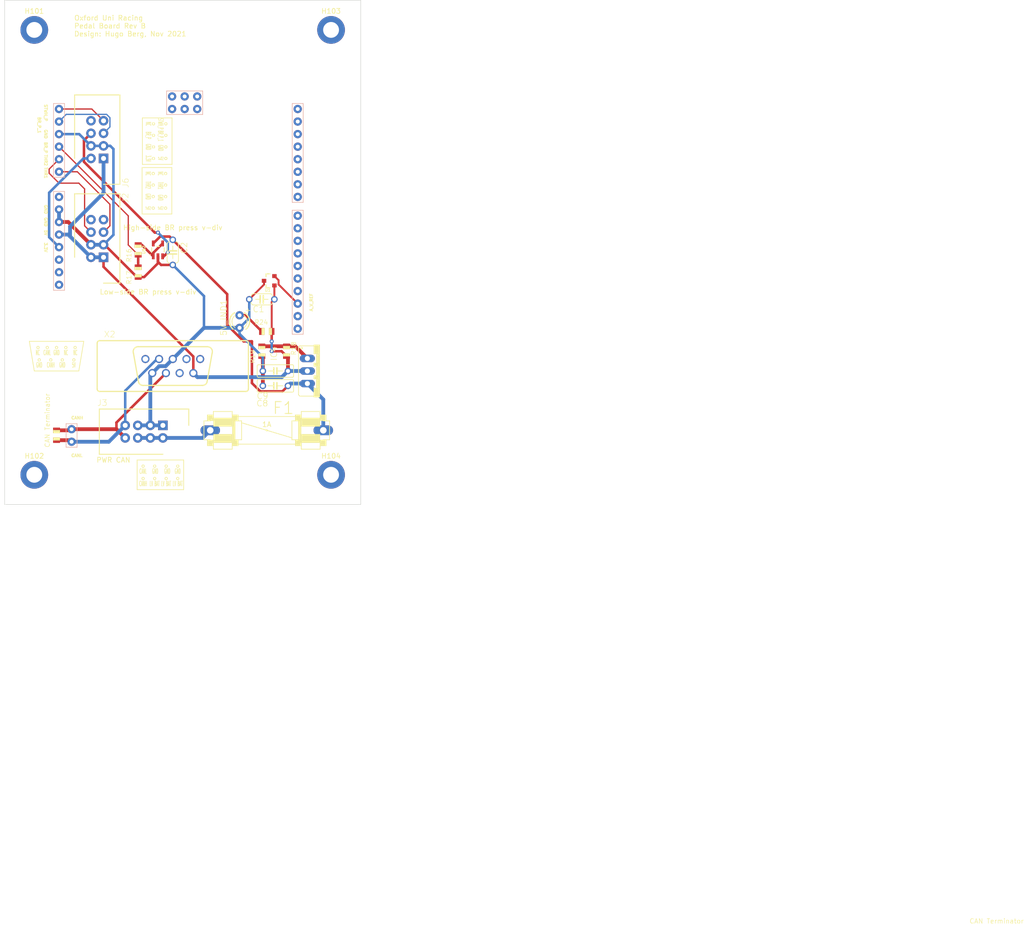
<source format=kicad_pcb>
(kicad_pcb (version 20171130) (host pcbnew 5.1.10)

  (general
    (thickness 1.6)
    (drawings 104)
    (tracks 148)
    (zones 0)
    (modules 25)
    (nets 56)
  )

  (page A4)
  (layers
    (0 F.Cu signal)
    (31 B.Cu signal)
    (32 B.Adhes user)
    (33 F.Adhes user)
    (34 B.Paste user)
    (35 F.Paste user)
    (36 B.SilkS user)
    (37 F.SilkS user)
    (38 B.Mask user)
    (39 F.Mask user)
    (40 Dwgs.User user)
    (41 Cmts.User user)
    (42 Eco1.User user)
    (43 Eco2.User user)
    (44 Edge.Cuts user)
    (45 Margin user)
    (46 B.CrtYd user)
    (47 F.CrtYd user)
    (48 B.Fab user)
    (49 F.Fab user)
  )

  (setup
    (last_trace_width 0.25)
    (user_trace_width 0.254)
    (user_trace_width 0.381)
    (user_trace_width 0.508)
    (user_trace_width 0.762)
    (user_trace_width 1.27)
    (trace_clearance 0.2)
    (zone_clearance 0.508)
    (zone_45_only no)
    (trace_min 0.2)
    (via_size 0.8)
    (via_drill 0.4)
    (via_min_size 0.4)
    (via_min_drill 0.3)
    (user_via 0.889 0.508)
    (user_via 1.27 0.762)
    (uvia_size 0.3)
    (uvia_drill 0.1)
    (uvias_allowed no)
    (uvia_min_size 0.2)
    (uvia_min_drill 0.1)
    (edge_width 0.1)
    (segment_width 0.2)
    (pcb_text_width 0.3)
    (pcb_text_size 1.5 1.5)
    (mod_edge_width 0.15)
    (mod_text_size 1 1)
    (mod_text_width 0.15)
    (pad_size 1.524 1.524)
    (pad_drill 0.762)
    (pad_to_mask_clearance 0)
    (aux_axis_origin 0 0)
    (visible_elements FFFFFF7F)
    (pcbplotparams
      (layerselection 0x010fc_ffffffff)
      (usegerberextensions false)
      (usegerberattributes true)
      (usegerberadvancedattributes true)
      (creategerberjobfile true)
      (excludeedgelayer true)
      (linewidth 0.100000)
      (plotframeref false)
      (viasonmask false)
      (mode 1)
      (useauxorigin false)
      (hpglpennumber 1)
      (hpglpenspeed 20)
      (hpglpendiameter 15.000000)
      (psnegative false)
      (psa4output false)
      (plotreference true)
      (plotvalue true)
      (plotinvisibletext false)
      (padsonsilk false)
      (subtractmaskfromsilk false)
      (outputformat 1)
      (mirror false)
      (drillshape 1)
      (scaleselection 1)
      (outputdirectory ""))
  )

  (net 0 "")
  (net 1 "Net-(5V_IND1-PadA)")
  (net 2 GND)
  (net 3 5V)
  (net 4 12V)
  (net 5 CANH)
  (net 6 CANL)
  (net 7 /INPUTS/12V_BATTERY)
  (net 8 "Net-(H101-Pad1)")
  (net 9 "Net-(H102-Pad1)")
  (net 10 "Net-(H103-Pad1)")
  (net 11 "Net-(H104-Pad1)")
  (net 12 "Net-(IC4-Pad1)")
  (net 13 THR1)
  (net 14 THR2)
  (net 15 "Net-(J2-Pad7)")
  (net 16 "Net-(J2-Pad8)")
  (net 17 "Net-(J6-Pad8)")
  (net 18 ST_WH_POSS)
  (net 19 "Net-(J6-Pad6)")
  (net 20 BR_POSS_1)
  (net 21 3.3V)
  (net 22 BR_PRESS)
  (net 23 "Net-(R16-Pad2)")
  (net 24 "Net-(U$1-PadJ801-7)")
  (net 25 "Net-(U$1-PadJ802-0)")
  (net 26 "Net-(U$1-PadJ802-1)")
  (net 27 "Net-(U$1-PadJ802-2)")
  (net 28 "Net-(U$1-PadJ802-7)")
  (net 29 "Net-(U$1-PadJ804-0)")
  (net 30 "Net-(U$1-PadJ804-1)")
  (net 31 "Net-(U$1-PadJ804-2)")
  (net 32 "Net-(U$1-PadJ804-3)")
  (net 33 "Net-(U$1-PadJ804-4)")
  (net 34 "Net-(U$1-PadJ804-5)")
  (net 35 "Net-(U$1-PadJ804-6)")
  (net 36 "Net-(U$1-PadJ804-7)")
  (net 37 "Net-(U$1-PadJ801-0)")
  (net 38 "Net-(U$1-PadJ801-1)")
  (net 39 "Net-(U$1-PadJ801-2)")
  (net 40 "Net-(U$1-PadJ801-3)")
  (net 41 "Net-(U$1-PadJ801-4)")
  (net 42 "Net-(U$1-PadJ801-5)")
  (net 43 "Net-(U$1-PadJ801-6)")
  (net 44 "Net-(U$1-PadJ801-8)")
  (net 45 "Net-(U$1-PadJ801-9)")
  (net 46 "Net-(U$1-PadJ800-0)")
  (net 47 "Net-(U$1-PadJ800-1)")
  (net 48 "Net-(U$1-PadJ800-2)")
  (net 49 "Net-(U$1-PadJ800-3)")
  (net 50 "Net-(U$1-PadJ800-4)")
  (net 51 "Net-(U$1-PadJ800-5)")
  (net 52 "Net-(X2-Pad1)")
  (net 53 "Net-(X2-Pad4)")
  (net 54 "Net-(X2-Pad5)")
  (net 55 "Net-(X2-Pad8)")

  (net_class Default "This is the default net class."
    (clearance 0.2)
    (trace_width 0.25)
    (via_dia 0.8)
    (via_drill 0.4)
    (uvia_dia 0.3)
    (uvia_drill 0.1)
    (add_net /INPUTS/12V_BATTERY)
    (add_net 12V)
    (add_net 3.3V)
    (add_net 5V)
    (add_net BR_POSS_1)
    (add_net BR_PRESS)
    (add_net CANH)
    (add_net CANL)
    (add_net GND)
    (add_net "Net-(5V_IND1-PadA)")
    (add_net "Net-(H101-Pad1)")
    (add_net "Net-(H102-Pad1)")
    (add_net "Net-(H103-Pad1)")
    (add_net "Net-(H104-Pad1)")
    (add_net "Net-(IC4-Pad1)")
    (add_net "Net-(J2-Pad7)")
    (add_net "Net-(J2-Pad8)")
    (add_net "Net-(J6-Pad6)")
    (add_net "Net-(J6-Pad8)")
    (add_net "Net-(R16-Pad2)")
    (add_net "Net-(U$1-PadJ800-0)")
    (add_net "Net-(U$1-PadJ800-1)")
    (add_net "Net-(U$1-PadJ800-2)")
    (add_net "Net-(U$1-PadJ800-3)")
    (add_net "Net-(U$1-PadJ800-4)")
    (add_net "Net-(U$1-PadJ800-5)")
    (add_net "Net-(U$1-PadJ801-0)")
    (add_net "Net-(U$1-PadJ801-1)")
    (add_net "Net-(U$1-PadJ801-2)")
    (add_net "Net-(U$1-PadJ801-3)")
    (add_net "Net-(U$1-PadJ801-4)")
    (add_net "Net-(U$1-PadJ801-5)")
    (add_net "Net-(U$1-PadJ801-6)")
    (add_net "Net-(U$1-PadJ801-7)")
    (add_net "Net-(U$1-PadJ801-8)")
    (add_net "Net-(U$1-PadJ801-9)")
    (add_net "Net-(U$1-PadJ802-0)")
    (add_net "Net-(U$1-PadJ802-1)")
    (add_net "Net-(U$1-PadJ802-2)")
    (add_net "Net-(U$1-PadJ802-7)")
    (add_net "Net-(U$1-PadJ804-0)")
    (add_net "Net-(U$1-PadJ804-1)")
    (add_net "Net-(U$1-PadJ804-2)")
    (add_net "Net-(U$1-PadJ804-3)")
    (add_net "Net-(U$1-PadJ804-4)")
    (add_net "Net-(U$1-PadJ804-5)")
    (add_net "Net-(U$1-PadJ804-6)")
    (add_net "Net-(U$1-PadJ804-7)")
    (add_net "Net-(X2-Pad1)")
    (add_net "Net-(X2-Pad4)")
    (add_net "Net-(X2-Pad5)")
    (add_net "Net-(X2-Pad8)")
    (add_net ST_WH_POSS)
    (add_net THR1)
    (add_net THR2)
  )

  (module "" (layer F.Cu) (tedit 0) (tstamp 0)
    (at 147.32 114.3)
    (fp_text reference "" (at 186.5 138) (layer F.SilkS)
      (effects (font (size 1.27 1.27) (thickness 0.15)))
    )
    (fp_text value "" (at 186.5 138) (layer F.SilkS)
      (effects (font (size 1.27 1.27) (thickness 0.15)))
    )
    (fp_text user "CAN Terminator" (at 186.7046 145.54) (layer F.SilkS)
      (effects (font (size 0.94107 0.94107) (thickness 0.112928)) (justify left bottom))
    )
  )

  (module new_version_pedal_board:LED3MM (layer F.Cu) (tedit 0) (tstamp 618FC6F1)
    (at 186.5 138 270)
    (descr "<B>LED</B><p>\n3 mm, round")
    (path /618BF2C0/F58CD6C2)
    (fp_text reference 5V_IND1 (at -4.5 2.5 270) (layer F.SilkS)
      (effects (font (size 1.2065 1.2065) (thickness 0.12065)) (justify right bottom))
    )
    (fp_text value LED3MM (at 1.905 1.651 270) (layer F.Fab)
      (effects (font (size 1.2065 1.2065) (thickness 0.12065)) (justify right bottom))
    )
    (fp_line (start -2.2352 -1.3208) (end -2.2352 -2.1082) (layer F.SilkS) (width 0.127))
    (fp_line (start -2.5908 -1.7272) (end -1.8542 -1.7272) (layer F.SilkS) (width 0.127))
    (fp_line (start 1.5748 1.27) (end 1.5748 -1.27) (layer F.Fab) (width 0.254))
    (fp_arc (start 0 0.000004) (end -1.524 0) (angle 39.80361) (layer F.Fab) (width 0.1524))
    (fp_arc (start 0 0.000063) (end -1.524 0) (angle -41.633208) (layer F.Fab) (width 0.1524))
    (fp_arc (start 0 0.000014) (end 1.1571 -0.9918) (angle 40.601165) (layer F.Fab) (width 0.1524))
    (fp_arc (start 0 -0.000004) (end 1.1708 0.9756) (angle -39.80361) (layer F.Fab) (width 0.1524))
    (fp_arc (start -0.000034 0) (end 0 -1.524) (angle 54.461337) (layer F.SilkS) (width 0.1524))
    (fp_arc (start 0 0) (end -1.2192 -0.9144) (angle 53.130102) (layer F.SilkS) (width 0.1524))
    (fp_arc (start -0.000008 0) (end 0 1.524) (angle -52.126876) (layer F.SilkS) (width 0.1524))
    (fp_arc (start 0.000008 0) (end -1.203 0.9356) (angle -52.126876) (layer F.SilkS) (width 0.1524))
    (fp_arc (start 0 0) (end -0.635 0) (angle 90) (layer F.Fab) (width 0.1524))
    (fp_arc (start 0 0) (end -1.016 0) (angle 90) (layer F.Fab) (width 0.1524))
    (fp_arc (start 0 0) (end 0 0.635) (angle -90) (layer F.Fab) (width 0.1524))
    (fp_arc (start 0 0) (end 0 1.016) (angle -90) (layer F.Fab) (width 0.1524))
    (fp_arc (start 0.000012 0) (end 0 -2.032) (angle 50.193108) (layer F.SilkS) (width 0.254))
    (fp_arc (start 0.00006 0) (end -1.7929 -0.9562) (angle 61.926949) (layer F.SilkS) (width 0.254))
    (fp_arc (start 0.000037 0) (end 0 2.032) (angle -49.763022) (layer F.SilkS) (width 0.254))
    (fp_arc (start -0.000056 0) (end -1.7643 1.0082) (angle -60.255215) (layer F.SilkS) (width 0.254))
    (fp_arc (start 0 0.000002) (end -2.032 0) (angle 28.301701) (layer F.Fab) (width 0.254))
    (fp_arc (start 0 0.000083) (end -2.032 0) (angle -31.60822) (layer F.Fab) (width 0.254))
    (pad A thru_hole circle (at -1.27 0 270) (size 1.6764 1.6764) (drill 0.8128) (layers *.Cu *.Mask)
      (net 1 "Net-(5V_IND1-PadA)") (solder_mask_margin 0.1016))
    (pad K thru_hole circle (at 1.27 0 270) (size 1.6764 1.6764) (drill 0.8128) (layers *.Cu *.Mask)
      (net 2 GND) (solder_mask_margin 0.1016))
  )

  (module new_version_pedal_board:C050-024X044 (layer F.Cu) (tedit 0) (tstamp 618FCBE3)
    (at 191 133.5 180)
    (descr "<b>CAPACITOR</b><p>\ngrid 5 mm, outline 2.4 x 4.4 mm")
    (path /618BF3C0/C762F0D0)
    (fp_text reference C1 (at -0.6 -2.7) (layer F.SilkS)
      (effects (font (size 1.2065 1.2065) (thickness 0.12065)) (justify right bottom))
    )
    (fp_text value 0.47uF (at -2.159 2.667) (layer F.Fab)
      (effects (font (size 1.2065 1.2065) (thickness 0.12065)) (justify right bottom))
    )
    (fp_line (start -2.159 0.635) (end -2.159 -0.635) (layer F.Fab) (width 0.1524))
    (fp_line (start 1.651 -1.143) (end -1.651 -1.143) (layer F.SilkS) (width 0.1524))
    (fp_line (start 2.159 0.635) (end 2.159 -0.635) (layer F.Fab) (width 0.1524))
    (fp_line (start 1.651 1.143) (end -1.651 1.143) (layer F.SilkS) (width 0.1524))
    (fp_line (start -0.3048 -0.762) (end -0.3048 0) (layer F.SilkS) (width 0.3048))
    (fp_line (start -0.3048 0) (end -0.3048 0.762) (layer F.SilkS) (width 0.3048))
    (fp_line (start 0.3302 -0.762) (end 0.3302 0) (layer F.SilkS) (width 0.3048))
    (fp_line (start 0.3302 0) (end 0.3302 0.762) (layer F.SilkS) (width 0.3048))
    (fp_line (start 1.27 0) (end 0.3302 0) (layer F.SilkS) (width 0.1524))
    (fp_line (start -1.27 0) (end -0.3048 0) (layer F.SilkS) (width 0.1524))
    (fp_poly (pts (xy 2.159 0.381) (xy 2.54 0.381) (xy 2.54 -0.381) (xy 2.159 -0.381)) (layer F.Fab) (width 0))
    (fp_poly (pts (xy -2.54 0.381) (xy -2.159 0.381) (xy -2.159 -0.381) (xy -2.54 -0.381)) (layer F.Fab) (width 0))
    (fp_arc (start 1.651 0.635) (end 1.651 1.143) (angle -90) (layer F.SilkS) (width 0.1524))
    (fp_arc (start 1.651 -0.635) (end 1.651 -1.143) (angle 90) (layer F.SilkS) (width 0.1524))
    (fp_arc (start -1.651 0.635) (end -2.159 0.635) (angle -90) (layer F.SilkS) (width 0.1524))
    (fp_arc (start -1.651 -0.635) (end -2.159 -0.635) (angle 90) (layer F.SilkS) (width 0.1524))
    (pad 2 thru_hole circle (at 2.54 0 180) (size 1.3208 1.3208) (drill 0.8128) (layers *.Cu *.Mask)
      (net 2 GND) (solder_mask_margin 0.1016))
    (pad 1 thru_hole circle (at -2.54 0 180) (size 1.3208 1.3208) (drill 0.8128) (layers *.Cu *.Mask)
      (net 3 5V) (solder_mask_margin 0.1016))
  )

  (module new_version_pedal_board:C050-024X044 (layer F.Cu) (tedit 0) (tstamp 618FA2BD)
    (at 173 124 270)
    (descr "<b>CAPACITOR</b><p>\ngrid 5 mm, outline 2.4 x 4.4 mm")
    (path /618BF484/B94C3227)
    (fp_text reference C2 (at -2.159 -3 90) (layer F.SilkS)
      (effects (font (size 1.2065 1.2065) (thickness 0.12065)) (justify right bottom))
    )
    (fp_text value 0.1uF (at -2.159 2.667 90) (layer F.Fab)
      (effects (font (size 1.2065 1.2065) (thickness 0.12065)) (justify right bottom))
    )
    (fp_poly (pts (xy -2.54 0.381) (xy -2.159 0.381) (xy -2.159 -0.381) (xy -2.54 -0.381)) (layer F.Fab) (width 0))
    (fp_poly (pts (xy 2.159 0.381) (xy 2.54 0.381) (xy 2.54 -0.381) (xy 2.159 -0.381)) (layer F.Fab) (width 0))
    (fp_line (start -1.27 0) (end -0.3048 0) (layer F.SilkS) (width 0.1524))
    (fp_line (start 1.27 0) (end 0.3302 0) (layer F.SilkS) (width 0.1524))
    (fp_line (start 0.3302 0) (end 0.3302 0.762) (layer F.SilkS) (width 0.3048))
    (fp_line (start 0.3302 -0.762) (end 0.3302 0) (layer F.SilkS) (width 0.3048))
    (fp_line (start -0.3048 0) (end -0.3048 0.762) (layer F.SilkS) (width 0.3048))
    (fp_line (start -0.3048 -0.762) (end -0.3048 0) (layer F.SilkS) (width 0.3048))
    (fp_line (start 1.651 1.143) (end -1.651 1.143) (layer F.SilkS) (width 0.1524))
    (fp_line (start 2.159 0.635) (end 2.159 -0.635) (layer F.Fab) (width 0.1524))
    (fp_line (start 1.651 -1.143) (end -1.651 -1.143) (layer F.SilkS) (width 0.1524))
    (fp_line (start -2.159 0.635) (end -2.159 -0.635) (layer F.Fab) (width 0.1524))
    (fp_arc (start -1.651 -0.635) (end -2.159 -0.635) (angle 90) (layer F.SilkS) (width 0.1524))
    (fp_arc (start -1.651 0.635) (end -2.159 0.635) (angle -90) (layer F.SilkS) (width 0.1524))
    (fp_arc (start 1.651 -0.635) (end 1.651 -1.143) (angle 90) (layer F.SilkS) (width 0.1524))
    (fp_arc (start 1.651 0.635) (end 1.651 1.143) (angle -90) (layer F.SilkS) (width 0.1524))
    (pad 1 thru_hole circle (at -2.54 0 270) (size 1.3208 1.3208) (drill 0.8128) (layers *.Cu *.Mask)
      (net 4 12V) (solder_mask_margin 0.1016))
    (pad 2 thru_hole circle (at 2.54 0 270) (size 1.3208 1.3208) (drill 0.8128) (layers *.Cu *.Mask)
      (net 2 GND) (solder_mask_margin 0.1016))
  )

  (module new_version_pedal_board:C050-025X075 (layer F.Cu) (tedit 0) (tstamp 618FA2D1)
    (at 193.75 151 180)
    (descr "<b>CAPACITOR</b><p>\ngrid 5 mm, outline 2.5 x 7.5 mm")
    (path /618BF2C0/B2598F92)
    (fp_text reference C8 (at 1.4 -4.25) (layer F.SilkS)
      (effects (font (size 1.2065 1.2065) (thickness 0.12065)) (justify right bottom))
    )
    (fp_text value 0.1uF (at -3.429 2.794) (layer F.Fab)
      (effects (font (size 1.2065 1.2065) (thickness 0.12065)) (justify right bottom))
    )
    (fp_line (start 3.429 -1.27) (end -3.429 -1.27) (layer F.SilkS) (width 0.1524))
    (fp_line (start 3.683 1.016) (end 3.683 -1.016) (layer F.SilkS) (width 0.1524))
    (fp_line (start -3.429 1.27) (end 3.429 1.27) (layer F.SilkS) (width 0.1524))
    (fp_line (start -3.683 -1.016) (end -3.683 1.016) (layer F.SilkS) (width 0.1524))
    (fp_line (start 0.3302 0) (end 1.524 0) (layer F.SilkS) (width 0.1524))
    (fp_line (start 0.3302 0) (end 0.3302 0.635) (layer F.SilkS) (width 0.3048))
    (fp_line (start 0.3302 -0.635) (end 0.3302 0) (layer F.SilkS) (width 0.3048))
    (fp_line (start -0.3048 0) (end -1.524 0) (layer F.SilkS) (width 0.1524))
    (fp_line (start -0.3048 0) (end -0.3048 0.635) (layer F.SilkS) (width 0.3048))
    (fp_line (start -0.3048 -0.635) (end -0.3048 0) (layer F.SilkS) (width 0.3048))
    (fp_arc (start 3.429 -1.016) (end 3.429 -1.27) (angle 90) (layer F.SilkS) (width 0.1524))
    (fp_arc (start 3.429 1.016) (end 3.429 1.27) (angle -90) (layer F.SilkS) (width 0.1524))
    (fp_arc (start -3.429 1.016) (end -3.683 1.016) (angle -90) (layer F.SilkS) (width 0.1524))
    (fp_arc (start -3.429 -1.016) (end -3.683 -1.016) (angle 90) (layer F.SilkS) (width 0.1524))
    (pad 1 thru_hole circle (at -2.54 0 180) (size 1.3208 1.3208) (drill 0.8128) (layers *.Cu *.Mask)
      (net 4 12V) (solder_mask_margin 0.1016))
    (pad 2 thru_hole circle (at 2.54 0 180) (size 1.3208 1.3208) (drill 0.8128) (layers *.Cu *.Mask)
      (net 2 GND) (solder_mask_margin 0.1016))
  )

  (module new_version_pedal_board:C050-025X075 (layer F.Cu) (tedit 0) (tstamp 618FA2E5)
    (at 193.75 148 180)
    (descr "<b>CAPACITOR</b><p>\ngrid 5 mm, outline 2.5 x 7.5 mm")
    (path /618BF2C0/BC6570F8)
    (fp_text reference C9 (at 1.35 -5.75) (layer F.SilkS)
      (effects (font (size 1.2065 1.2065) (thickness 0.12065)) (justify right bottom))
    )
    (fp_text value 1uF (at -3.429 2.794) (layer F.Fab)
      (effects (font (size 1.2065 1.2065) (thickness 0.12065)) (justify right bottom))
    )
    (fp_line (start -0.3048 -0.635) (end -0.3048 0) (layer F.SilkS) (width 0.3048))
    (fp_line (start -0.3048 0) (end -0.3048 0.635) (layer F.SilkS) (width 0.3048))
    (fp_line (start -0.3048 0) (end -1.524 0) (layer F.SilkS) (width 0.1524))
    (fp_line (start 0.3302 -0.635) (end 0.3302 0) (layer F.SilkS) (width 0.3048))
    (fp_line (start 0.3302 0) (end 0.3302 0.635) (layer F.SilkS) (width 0.3048))
    (fp_line (start 0.3302 0) (end 1.524 0) (layer F.SilkS) (width 0.1524))
    (fp_line (start -3.683 -1.016) (end -3.683 1.016) (layer F.SilkS) (width 0.1524))
    (fp_line (start -3.429 1.27) (end 3.429 1.27) (layer F.SilkS) (width 0.1524))
    (fp_line (start 3.683 1.016) (end 3.683 -1.016) (layer F.SilkS) (width 0.1524))
    (fp_line (start 3.429 -1.27) (end -3.429 -1.27) (layer F.SilkS) (width 0.1524))
    (fp_arc (start -3.429 -1.016) (end -3.683 -1.016) (angle 90) (layer F.SilkS) (width 0.1524))
    (fp_arc (start -3.429 1.016) (end -3.683 1.016) (angle -90) (layer F.SilkS) (width 0.1524))
    (fp_arc (start 3.429 1.016) (end 3.429 1.27) (angle -90) (layer F.SilkS) (width 0.1524))
    (fp_arc (start 3.429 -1.016) (end 3.429 -1.27) (angle 90) (layer F.SilkS) (width 0.1524))
    (pad 2 thru_hole circle (at 2.54 0 180) (size 1.3208 1.3208) (drill 0.8128) (layers *.Cu *.Mask)
      (net 2 GND) (solder_mask_margin 0.1016))
    (pad 1 thru_hole circle (at -2.54 0 180) (size 1.3208 1.3208) (drill 0.8128) (layers *.Cu *.Mask)
      (net 3 5V) (solder_mask_margin 0.1016))
  )

  (module new_version_pedal_board:R0805 (layer F.Cu) (tedit 0) (tstamp 618FA2F4)
    (at 149.5 161 90)
    (descr "<b>RESISTOR</b><p>\nchip")
    (path /618BF184/6E1793AE)
    (fp_text reference "CAN Terminator" (at -2.54 -1.2954 90) (layer F.SilkS)
      (effects (font (size 0.94107 0.94107) (thickness 0.112928)) (justify left bottom))
    )
    (fp_text value 120 (at -1.6256 0.4826 90) (layer F.Fab)
      (effects (font (size 0.94107 0.94107) (thickness 0.112928)) (justify left bottom))
    )
    (fp_line (start -0.41 -0.635) (end 0.41 -0.635) (layer F.Fab) (width 0.1524))
    (fp_line (start -0.41 0.635) (end 0.41 0.635) (layer F.Fab) (width 0.1524))
    (fp_line (start -1.973 -0.983) (end 1.973 -0.983) (layer Dwgs.User) (width 0.0508))
    (fp_line (start 1.973 -0.983) (end 1.973 0.983) (layer Dwgs.User) (width 0.0508))
    (fp_line (start 1.973 0.983) (end -1.973 0.983) (layer Dwgs.User) (width 0.0508))
    (fp_line (start -1.973 0.983) (end -1.973 -0.983) (layer Dwgs.User) (width 0.0508))
    (fp_poly (pts (xy 0.4064 0.6985) (xy 1.0564 0.6985) (xy 1.0564 -0.7015) (xy 0.4064 -0.7015)) (layer F.SilkS) (width 0))
    (fp_poly (pts (xy -1.0668 0.6985) (xy -0.4168 0.6985) (xy -0.4168 -0.7015) (xy -1.0668 -0.7015)) (layer F.SilkS) (width 0))
    (fp_poly (pts (xy -0.1999 0.5001) (xy 0.1999 0.5001) (xy 0.1999 -0.5001) (xy -0.1999 -0.5001)) (layer F.Adhes) (width 0))
    (pad 2 smd rect (at 1 0 90) (size 1.1 1.4) (layers F.Cu F.Paste F.Mask)
      (net 5 CANH) (solder_mask_margin 0.1016))
    (pad 1 smd rect (at -1 0 90) (size 1.1 1.4) (layers F.Cu F.Paste F.Mask)
      (net 6 CANL) (solder_mask_margin 0.1016))
  )

  (module new_version_pedal_board:FUSE (layer F.Cu) (tedit 0) (tstamp 618FA328)
    (at 192 160)
    (descr "<B>FUSE</B><p>\n5 x 20 mm")
    (path /618BF184/4AE1527B)
    (fp_text reference F1 (at 1.05 -3.1 180) (layer F.SilkS)
      (effects (font (size 2.413 2.413) (thickness 0.19304)) (justify left bottom))
    )
    (fp_text value 1A (at 10.922 3.048 180) (layer F.Fab)
      (effects (font (size 2.413 2.413) (thickness 0.19304)) (justify left bottom))
    )
    (fp_poly (pts (xy 6.985 2.54) (xy 10.795 2.54) (xy 10.795 0.762) (xy 6.985 0.762)) (layer F.SilkS) (width 0))
    (fp_poly (pts (xy 6.985 -0.762) (xy 10.795 -0.762) (xy 10.795 -2.54) (xy 6.985 -2.54)) (layer F.SilkS) (width 0))
    (fp_poly (pts (xy 10.795 2.54) (xy 11.43 2.54) (xy 11.43 -2.54) (xy 10.795 -2.54)) (layer F.Fab) (width 0))
    (fp_poly (pts (xy 10.795 3.175) (xy 12.065 3.175) (xy 12.065 1.905) (xy 10.795 1.905)) (layer F.SilkS) (width 0))
    (fp_poly (pts (xy 10.795 -1.905) (xy 12.065 -1.905) (xy 12.065 -3.175) (xy 10.795 -3.175)) (layer F.SilkS) (width 0))
    (fp_poly (pts (xy 6.35 2.54) (xy 6.985 2.54) (xy 6.985 -2.54) (xy 6.35 -2.54)) (layer F.SilkS) (width 0))
    (fp_poly (pts (xy 5.715 3.175) (xy 6.985 3.175) (xy 6.985 1.905) (xy 5.715 1.905)) (layer F.SilkS) (width 0))
    (fp_poly (pts (xy 5.715 -1.905) (xy 6.985 -1.905) (xy 6.985 -3.175) (xy 5.715 -3.175)) (layer F.SilkS) (width 0))
    (fp_poly (pts (xy -10.795 2.54) (xy -6.985 2.54) (xy -6.985 0.762) (xy -10.795 0.762)) (layer F.SilkS) (width 0))
    (fp_poly (pts (xy -10.795 -0.762) (xy -6.985 -0.762) (xy -6.985 -2.54) (xy -10.795 -2.54)) (layer F.SilkS) (width 0))
    (fp_poly (pts (xy -6.985 2.54) (xy -6.35 2.54) (xy -6.35 -2.54) (xy -6.985 -2.54)) (layer F.SilkS) (width 0))
    (fp_poly (pts (xy -6.985 3.175) (xy -5.715 3.175) (xy -5.715 1.905) (xy -6.985 1.905)) (layer F.SilkS) (width 0))
    (fp_poly (pts (xy -6.985 -1.905) (xy -5.715 -1.905) (xy -5.715 -3.175) (xy -6.985 -3.175)) (layer F.SilkS) (width 0))
    (fp_poly (pts (xy -11.43 2.54) (xy -10.795 2.54) (xy -10.795 -2.54) (xy -11.43 -2.54)) (layer F.Fab) (width 0))
    (fp_poly (pts (xy -12.065 3.175) (xy -10.795 3.175) (xy -10.795 1.905) (xy -12.065 1.905)) (layer F.SilkS) (width 0))
    (fp_poly (pts (xy -12.065 -1.905) (xy -10.795 -1.905) (xy -10.795 -3.175) (xy -12.065 -3.175)) (layer F.SilkS) (width 0))
    (fp_circle (center 0 0) (end 0.127 0) (layer F.SilkS) (width 0.1524))
    (fp_line (start 5.08 1.524) (end 5.08 -1.905) (layer F.SilkS) (width 0.1524))
    (fp_line (start -5.08 -1.524) (end -5.08 1.905) (layer F.SilkS) (width 0.1524))
    (fp_line (start -5.08 -1.524) (end 5.08 1.524) (layer F.SilkS) (width 0.1524))
    (fp_line (start -5.715 2.794) (end 5.715 2.794) (layer F.SilkS) (width 0.1524))
    (fp_line (start -5.715 -2.794) (end 5.715 -2.794) (layer F.SilkS) (width 0.1524))
    (fp_line (start 12.7 1.905) (end 11.43 1.905) (layer F.SilkS) (width 0.1524))
    (fp_line (start 12.7 -1.905) (end 12.7 1.905) (layer F.SilkS) (width 0.1524))
    (fp_line (start 11.43 -1.905) (end 12.7 -1.905) (layer F.SilkS) (width 0.1524))
    (fp_line (start 10.795 3.81) (end 10.795 2.54) (layer F.SilkS) (width 0.1524))
    (fp_line (start 10.795 3.81) (end 6.985 3.81) (layer F.SilkS) (width 0.1524))
    (fp_line (start 6.985 2.54) (end 6.985 3.81) (layer F.SilkS) (width 0.1524))
    (fp_line (start 10.795 -2.54) (end 10.795 -3.81) (layer F.SilkS) (width 0.1524))
    (fp_line (start 6.985 -3.81) (end 10.795 -3.81) (layer F.SilkS) (width 0.1524))
    (fp_line (start 6.985 -2.54) (end 6.985 -3.81) (layer F.SilkS) (width 0.1524))
    (fp_line (start 5.08 1.905) (end 6.35 1.905) (layer F.SilkS) (width 0.1524))
    (fp_line (start 5.08 1.905) (end 5.08 1.524) (layer F.SilkS) (width 0.1524))
    (fp_line (start 6.35 -1.905) (end 5.08 -1.905) (layer F.SilkS) (width 0.1524))
    (fp_line (start -5.08 1.905) (end -6.35 1.905) (layer F.SilkS) (width 0.1524))
    (fp_line (start -5.08 -1.905) (end -5.08 -1.524) (layer F.SilkS) (width 0.1524))
    (fp_line (start -6.35 -1.905) (end -5.08 -1.905) (layer F.SilkS) (width 0.1524))
    (fp_line (start -6.985 3.81) (end -6.985 2.54) (layer F.SilkS) (width 0.1524))
    (fp_line (start -6.985 3.81) (end -10.795 3.81) (layer F.SilkS) (width 0.1524))
    (fp_line (start -10.795 2.54) (end -10.795 3.81) (layer F.SilkS) (width 0.1524))
    (fp_line (start -6.985 -2.54) (end -6.985 -3.81) (layer F.SilkS) (width 0.1524))
    (fp_line (start -10.795 -3.81) (end -6.985 -3.81) (layer F.SilkS) (width 0.1524))
    (fp_line (start -10.795 -2.54) (end -10.795 -3.81) (layer F.SilkS) (width 0.1524))
    (fp_line (start -12.7 1.905) (end -11.43 1.905) (layer F.SilkS) (width 0.1524))
    (fp_line (start -12.7 1.905) (end -12.7 -1.905) (layer F.SilkS) (width 0.1524))
    (fp_line (start -11.43 -1.905) (end -12.7 -1.905) (layer F.SilkS) (width 0.1524))
    (pad 1 thru_hole oval (at -11.43 0) (size 3.9624 1.9812) (drill 1.3208) (layers *.Cu *.Mask)
      (net 7 /INPUTS/12V_BATTERY) (solder_mask_margin 0.1016))
    (pad 2 thru_hole oval (at 11.43 0) (size 3.9624 1.9812) (drill 1.3208) (layers *.Cu *.Mask)
      (net 4 12V) (solder_mask_margin 0.1016))
  )

  (module MountingHole:MountingHole_3.2mm_M3_DIN965_Pad_TopBottom (layer F.Cu) (tedit 56D1B4CB) (tstamp 618FA332)
    (at 145 79)
    (descr "Mounting Hole 3.2mm, M3, DIN965")
    (tags "mounting hole 3.2mm m3 din965")
    (path /618FACF2)
    (attr virtual)
    (fp_text reference H101 (at 0 -3.8) (layer F.SilkS)
      (effects (font (size 1 1) (thickness 0.15)))
    )
    (fp_text value MountingHole_Pad (at 0 3.8) (layer F.Fab)
      (effects (font (size 1 1) (thickness 0.15)))
    )
    (fp_circle (center 0 0) (end 3.05 0) (layer F.CrtYd) (width 0.05))
    (fp_circle (center 0 0) (end 2.8 0) (layer Cmts.User) (width 0.15))
    (fp_text user %R (at 0.3 0) (layer F.Fab)
      (effects (font (size 1 1) (thickness 0.15)))
    )
    (pad 1 thru_hole circle (at 0 0) (size 3.6 3.6) (drill 3.2) (layers *.Cu *.Mask)
      (net 8 "Net-(H101-Pad1)"))
    (pad 1 connect circle (at 0 0) (size 5.6 5.6) (layers F.Cu F.Mask)
      (net 8 "Net-(H101-Pad1)"))
    (pad 1 connect circle (at 0 0) (size 5.6 5.6) (layers B.Cu B.Mask)
      (net 8 "Net-(H101-Pad1)"))
  )

  (module MountingHole:MountingHole_3.2mm_M3_DIN965_Pad_TopBottom (layer F.Cu) (tedit 56D1B4CB) (tstamp 618FA33C)
    (at 145 169)
    (descr "Mounting Hole 3.2mm, M3, DIN965")
    (tags "mounting hole 3.2mm m3 din965")
    (path /618FBA00)
    (attr virtual)
    (fp_text reference H102 (at 0 -3.8) (layer F.SilkS)
      (effects (font (size 1 1) (thickness 0.15)))
    )
    (fp_text value MountingHole_Pad (at 0 3.8) (layer F.Fab)
      (effects (font (size 1 1) (thickness 0.15)))
    )
    (fp_circle (center 0 0) (end 3.05 0) (layer F.CrtYd) (width 0.05))
    (fp_circle (center 0 0) (end 2.8 0) (layer Cmts.User) (width 0.15))
    (fp_text user %R (at 0.3 0) (layer F.Fab)
      (effects (font (size 1 1) (thickness 0.15)))
    )
    (pad 1 thru_hole circle (at 0 0) (size 3.6 3.6) (drill 3.2) (layers *.Cu *.Mask)
      (net 9 "Net-(H102-Pad1)"))
    (pad 1 connect circle (at 0 0) (size 5.6 5.6) (layers F.Cu F.Mask)
      (net 9 "Net-(H102-Pad1)"))
    (pad 1 connect circle (at 0 0) (size 5.6 5.6) (layers B.Cu B.Mask)
      (net 9 "Net-(H102-Pad1)"))
  )

  (module MountingHole:MountingHole_3.2mm_M3_DIN965_Pad_TopBottom (layer F.Cu) (tedit 56D1B4CB) (tstamp 618FA346)
    (at 205 79)
    (descr "Mounting Hole 3.2mm, M3, DIN965")
    (tags "mounting hole 3.2mm m3 din965")
    (path /618FA362)
    (attr virtual)
    (fp_text reference H103 (at 0 -3.8) (layer F.SilkS)
      (effects (font (size 1 1) (thickness 0.15)))
    )
    (fp_text value MountingHole_Pad (at 0 3.8) (layer F.Fab)
      (effects (font (size 1 1) (thickness 0.15)))
    )
    (fp_circle (center 0 0) (end 2.8 0) (layer Cmts.User) (width 0.15))
    (fp_circle (center 0 0) (end 3.05 0) (layer F.CrtYd) (width 0.05))
    (fp_text user %R (at 0.3 0) (layer F.Fab)
      (effects (font (size 1 1) (thickness 0.15)))
    )
    (pad 1 connect circle (at 0 0) (size 5.6 5.6) (layers B.Cu B.Mask)
      (net 10 "Net-(H103-Pad1)"))
    (pad 1 connect circle (at 0 0) (size 5.6 5.6) (layers F.Cu F.Mask)
      (net 10 "Net-(H103-Pad1)"))
    (pad 1 thru_hole circle (at 0 0) (size 3.6 3.6) (drill 3.2) (layers *.Cu *.Mask)
      (net 10 "Net-(H103-Pad1)"))
  )

  (module MountingHole:MountingHole_3.2mm_M3_DIN965_Pad_TopBottom (layer F.Cu) (tedit 56D1B4CB) (tstamp 618FA350)
    (at 205 169)
    (descr "Mounting Hole 3.2mm, M3, DIN965")
    (tags "mounting hole 3.2mm m3 din965")
    (path /618FB9FA)
    (attr virtual)
    (fp_text reference H104 (at 0 -3.8) (layer F.SilkS)
      (effects (font (size 1 1) (thickness 0.15)))
    )
    (fp_text value MountingHole_Pad (at 0 3.8) (layer F.Fab)
      (effects (font (size 1 1) (thickness 0.15)))
    )
    (fp_circle (center 0 0) (end 2.8 0) (layer Cmts.User) (width 0.15))
    (fp_circle (center 0 0) (end 3.05 0) (layer F.CrtYd) (width 0.05))
    (fp_text user %R (at 0.3 0) (layer F.Fab)
      (effects (font (size 1 1) (thickness 0.15)))
    )
    (pad 1 connect circle (at 0 0) (size 5.6 5.6) (layers B.Cu B.Mask)
      (net 11 "Net-(H104-Pad1)"))
    (pad 1 connect circle (at 0 0) (size 5.6 5.6) (layers F.Cu F.Mask)
      (net 11 "Net-(H104-Pad1)"))
    (pad 1 thru_hole circle (at 0 0) (size 3.6 3.6) (drill 3.2) (layers *.Cu *.Mask)
      (net 11 "Net-(H104-Pad1)"))
  )

  (module new_version_pedal_board:317TS (layer F.Cu) (tedit 0) (tstamp 618FA36A)
    (at 202.75 148 270)
    (descr "<b>VOLTAGE REGULATOR</b>")
    (path /618BF2C0/46657C43)
    (fp_text reference IC4 (at -5.08 8.5852 270) (layer F.SilkS)
      (effects (font (size 1.2065 1.2065) (thickness 0.12065)) (justify right bottom))
    )
    (fp_text value LM317TS (at -5.08 7.62 270) (layer F.Fab)
      (effects (font (size 1.2065 1.2065) (thickness 0.12065)) (justify right bottom))
    )
    (fp_poly (pts (xy 1.651 1.27) (xy 3.429 1.27) (xy 3.429 0.762) (xy 1.651 0.762)) (layer F.Fab) (width 0))
    (fp_poly (pts (xy -0.889 1.27) (xy 0.889 1.27) (xy 0.889 0.762) (xy -0.889 0.762)) (layer F.Fab) (width 0))
    (fp_poly (pts (xy -3.429 1.27) (xy -1.651 1.27) (xy -1.651 0.762) (xy -3.429 0.762)) (layer F.Fab) (width 0))
    (fp_poly (pts (xy 3.429 1.27) (xy 5.334 1.27) (xy 5.334 0) (xy 3.429 0)) (layer F.SilkS) (width 0))
    (fp_poly (pts (xy 1.651 0.762) (xy 3.429 0.762) (xy 3.429 0) (xy 1.651 0)) (layer F.SilkS) (width 0))
    (fp_poly (pts (xy 0.889 1.27) (xy 1.651 1.27) (xy 1.651 0) (xy 0.889 0)) (layer F.SilkS) (width 0))
    (fp_poly (pts (xy -0.889 0.762) (xy 0.889 0.762) (xy 0.889 0) (xy -0.889 0)) (layer F.SilkS) (width 0))
    (fp_poly (pts (xy -1.651 1.27) (xy -0.889 1.27) (xy -0.889 0) (xy -1.651 0)) (layer F.SilkS) (width 0))
    (fp_poly (pts (xy -3.429 0.762) (xy -1.651 0.762) (xy -1.651 0) (xy -3.429 0)) (layer F.SilkS) (width 0))
    (fp_poly (pts (xy -5.334 1.27) (xy -3.429 1.27) (xy -3.429 0) (xy -5.334 0)) (layer F.SilkS) (width 0))
    (fp_circle (center -4.6228 3.7084) (end -4.4958 3.7084) (layer F.SilkS) (width 0.254))
    (fp_line (start -5.08 4.064) (end -5.08 1.143) (layer F.SilkS) (width 0.1524))
    (fp_line (start -5.08 4.064) (end -4.826 4.318) (layer F.SilkS) (width 0.1524))
    (fp_line (start 4.826 4.318) (end -4.826 4.318) (layer F.SilkS) (width 0.1524))
    (fp_line (start 4.826 4.318) (end 5.08 4.064) (layer F.SilkS) (width 0.1524))
    (fp_line (start 5.08 1.143) (end 5.08 4.064) (layer F.SilkS) (width 0.1524))
    (fp_text user O (at -0.635 3.81 90) (layer F.Fab)
      (effects (font (size 1.2065 1.2065) (thickness 0.127)) (justify right bottom))
    )
    (fp_text user I (at 1.905 3.81 90) (layer F.Fab)
      (effects (font (size 1.2065 1.2065) (thickness 0.127)) (justify right bottom))
    )
    (fp_text user A (at -3.175 3.81 90) (layer F.Fab)
      (effects (font (size 1.2065 1.2065) (thickness 0.127)) (justify right bottom))
    )
    (pad 1 thru_hole oval (at -2.54 2.54) (size 3.048 1.524) (drill 1.016) (layers *.Cu *.Mask)
      (net 12 "Net-(IC4-Pad1)") (solder_mask_margin 0.1016))
    (pad 2 thru_hole oval (at 0 2.54) (size 3.048 1.524) (drill 1.016) (layers *.Cu *.Mask)
      (net 3 5V) (solder_mask_margin 0.1016))
    (pad 3 thru_hole oval (at 2.54 2.54) (size 3.048 1.524) (drill 1.016) (layers *.Cu *.Mask)
      (net 4 12V) (solder_mask_margin 0.1016))
  )

  (module new_version_pedal_board:HDRV8W64P254_2X4_1778X895X915P (layer F.Cu) (tedit 0) (tstamp 618FBDDB)
    (at 159 125 90)
    (descr "<b>T821108A1S100CEU</b><br>\n")
    (path /618BF484/1221C133)
    (fp_text reference J2 (at 12 4.4 270) (layer F.SilkS)
      (effects (font (size 1.2065 1.2065) (thickness 0.09652)))
    )
    (fp_text value THR_1_2 (at 5.08 2.54 270) (layer F.Fab)
      (effects (font (size 1.2065 1.2065) (thickness 0.09652)))
    )
    (fp_line (start 12.85 -5.845) (end 0 -5.845) (layer F.SilkS) (width 0.2))
    (fp_line (start 12.85 3.305) (end 12.85 -5.845) (layer F.SilkS) (width 0.2))
    (fp_line (start -5.23 3.305) (end 12.85 3.305) (layer F.SilkS) (width 0.2))
    (fp_line (start -5.23 0) (end -5.23 3.305) (layer F.SilkS) (width 0.2))
    (fp_line (start 12.85 3.305) (end -5.23 3.305) (layer F.Fab) (width 0.1))
    (fp_line (start 12.85 -5.845) (end 12.85 3.305) (layer F.Fab) (width 0.1))
    (fp_line (start -5.23 -5.845) (end 12.85 -5.845) (layer F.Fab) (width 0.1))
    (fp_line (start -5.23 3.305) (end -5.23 -5.845) (layer F.Fab) (width 0.1))
    (fp_line (start 13.1 3.555) (end -5.48 3.555) (layer F.Fab) (width 0.05))
    (fp_line (start 13.1 -6.095) (end 13.1 3.555) (layer F.Fab) (width 0.05))
    (fp_line (start -5.48 -6.095) (end 13.1 -6.095) (layer F.Fab) (width 0.05))
    (fp_line (start -5.48 3.555) (end -5.48 -6.095) (layer F.Fab) (width 0.05))
    (pad 1 thru_hole rect (at 0 0 90) (size 1.9304 1.9304) (drill 1) (layers *.Cu *.Mask)
      (net 3 5V) (solder_mask_margin 0.1016))
    (pad 2 thru_hole circle (at 0 -2.54 90) (size 1.9304 1.9304) (drill 1) (layers *.Cu *.Mask)
      (net 3 5V) (solder_mask_margin 0.1016))
    (pad 3 thru_hole circle (at 2.54 0 90) (size 1.9304 1.9304) (drill 1) (layers *.Cu *.Mask)
      (net 2 GND) (solder_mask_margin 0.1016))
    (pad 4 thru_hole circle (at 2.54 -2.54 90) (size 1.9304 1.9304) (drill 1) (layers *.Cu *.Mask)
      (net 2 GND) (solder_mask_margin 0.1016))
    (pad 5 thru_hole circle (at 5.08 0 90) (size 1.9304 1.9304) (drill 1) (layers *.Cu *.Mask)
      (net 13 THR1) (solder_mask_margin 0.1016))
    (pad 6 thru_hole circle (at 5.08 -2.54 90) (size 1.9304 1.9304) (drill 1) (layers *.Cu *.Mask)
      (net 14 THR2) (solder_mask_margin 0.1016))
    (pad 7 thru_hole circle (at 7.62 0 90) (size 1.9304 1.9304) (drill 1) (layers *.Cu *.Mask)
      (net 15 "Net-(J2-Pad7)") (solder_mask_margin 0.1016))
    (pad 8 thru_hole circle (at 7.62 -2.54 90) (size 1.9304 1.9304) (drill 1) (layers *.Cu *.Mask)
      (net 16 "Net-(J2-Pad8)") (solder_mask_margin 0.1016))
  )

  (module new_version_pedal_board:HDRV8W64P254_2X4_1778X895X915P (layer F.Cu) (tedit 0) (tstamp 618FA39A)
    (at 171 159 180)
    (descr "<b>T821108A1S100CEU</b><br>\n")
    (path /618BF184/B512EC47)
    (fp_text reference J3 (at 12.25 4.55 180) (layer F.SilkS)
      (effects (font (size 1.2065 1.2065) (thickness 0.09652)))
    )
    (fp_text value PWR_CAN (at 5.08 2.54 180) (layer F.Fab)
      (effects (font (size 1.2065 1.2065) (thickness 0.09652)))
    )
    (fp_line (start 12.85 -5.845) (end 0 -5.845) (layer F.SilkS) (width 0.2))
    (fp_line (start 12.85 3.305) (end 12.85 -5.845) (layer F.SilkS) (width 0.2))
    (fp_line (start -5.23 3.305) (end 12.85 3.305) (layer F.SilkS) (width 0.2))
    (fp_line (start -5.23 0) (end -5.23 3.305) (layer F.SilkS) (width 0.2))
    (fp_line (start 12.85 3.305) (end -5.23 3.305) (layer F.Fab) (width 0.1))
    (fp_line (start 12.85 -5.845) (end 12.85 3.305) (layer F.Fab) (width 0.1))
    (fp_line (start -5.23 -5.845) (end 12.85 -5.845) (layer F.Fab) (width 0.1))
    (fp_line (start -5.23 3.305) (end -5.23 -5.845) (layer F.Fab) (width 0.1))
    (fp_line (start 13.1 3.555) (end -5.48 3.555) (layer F.Fab) (width 0.05))
    (fp_line (start 13.1 -6.095) (end 13.1 3.555) (layer F.Fab) (width 0.05))
    (fp_line (start -5.48 -6.095) (end 13.1 -6.095) (layer F.Fab) (width 0.05))
    (fp_line (start -5.48 3.555) (end -5.48 -6.095) (layer F.Fab) (width 0.05))
    (pad 1 thru_hole rect (at 0 0 180) (size 1.9304 1.9304) (drill 1) (layers *.Cu *.Mask)
      (net 2 GND) (solder_mask_margin 0.1016))
    (pad 2 thru_hole circle (at 0 -2.54 180) (size 1.9304 1.9304) (drill 1) (layers *.Cu *.Mask)
      (net 7 /INPUTS/12V_BATTERY) (solder_mask_margin 0.1016))
    (pad 3 thru_hole circle (at 2.54 0 180) (size 1.9304 1.9304) (drill 1) (layers *.Cu *.Mask)
      (net 2 GND) (solder_mask_margin 0.1016))
    (pad 4 thru_hole circle (at 2.54 -2.54 180) (size 1.9304 1.9304) (drill 1) (layers *.Cu *.Mask)
      (net 7 /INPUTS/12V_BATTERY) (solder_mask_margin 0.1016))
    (pad 5 thru_hole circle (at 5.08 0 180) (size 1.9304 1.9304) (drill 1) (layers *.Cu *.Mask)
      (net 2 GND) (solder_mask_margin 0.1016))
    (pad 6 thru_hole circle (at 5.08 -2.54 180) (size 1.9304 1.9304) (drill 1) (layers *.Cu *.Mask)
      (net 7 /INPUTS/12V_BATTERY) (solder_mask_margin 0.1016))
    (pad 7 thru_hole circle (at 7.62 0 180) (size 1.9304 1.9304) (drill 1) (layers *.Cu *.Mask)
      (net 6 CANL) (solder_mask_margin 0.1016))
    (pad 8 thru_hole circle (at 7.62 -2.54 180) (size 1.9304 1.9304) (drill 1) (layers *.Cu *.Mask)
      (net 5 CANH) (solder_mask_margin 0.1016))
  )

  (module new_version_pedal_board:HDRV8W64P254_2X4_1778X895X915P (layer F.Cu) (tedit 0) (tstamp 618FD188)
    (at 159 105 90)
    (descr "<b>T821108A1S100CEU</b><br>\n")
    (path /618BF484/98D9A04E)
    (fp_text reference J6 (at -4.95 4.45 270) (layer F.SilkS)
      (effects (font (size 1.2065 1.2065) (thickness 0.09652)))
    )
    (fp_text value BR_POS_PRESS_STWH (at 5.08 2.54 270) (layer F.Fab)
      (effects (font (size 1.2065 1.2065) (thickness 0.09652)))
    )
    (fp_line (start -5.48 3.555) (end -5.48 -6.095) (layer F.Fab) (width 0.05))
    (fp_line (start -5.48 -6.095) (end 13.1 -6.095) (layer F.Fab) (width 0.05))
    (fp_line (start 13.1 -6.095) (end 13.1 3.555) (layer F.Fab) (width 0.05))
    (fp_line (start 13.1 3.555) (end -5.48 3.555) (layer F.Fab) (width 0.05))
    (fp_line (start -5.23 3.305) (end -5.23 -5.845) (layer F.Fab) (width 0.1))
    (fp_line (start -5.23 -5.845) (end 12.85 -5.845) (layer F.Fab) (width 0.1))
    (fp_line (start 12.85 -5.845) (end 12.85 3.305) (layer F.Fab) (width 0.1))
    (fp_line (start 12.85 3.305) (end -5.23 3.305) (layer F.Fab) (width 0.1))
    (fp_line (start -5.23 0) (end -5.23 3.305) (layer F.SilkS) (width 0.2))
    (fp_line (start -5.23 3.305) (end 12.85 3.305) (layer F.SilkS) (width 0.2))
    (fp_line (start 12.85 3.305) (end 12.85 -5.845) (layer F.SilkS) (width 0.2))
    (fp_line (start 12.85 -5.845) (end 0 -5.845) (layer F.SilkS) (width 0.2))
    (pad 8 thru_hole circle (at 7.62 -2.54 90) (size 1.9304 1.9304) (drill 1) (layers *.Cu *.Mask)
      (net 17 "Net-(J6-Pad8)") (solder_mask_margin 0.1016))
    (pad 7 thru_hole circle (at 7.62 0 90) (size 1.9304 1.9304) (drill 1) (layers *.Cu *.Mask)
      (net 18 ST_WH_POSS) (solder_mask_margin 0.1016))
    (pad 6 thru_hole circle (at 5.08 -2.54 90) (size 1.9304 1.9304) (drill 1) (layers *.Cu *.Mask)
      (net 19 "Net-(J6-Pad6)") (solder_mask_margin 0.1016))
    (pad 5 thru_hole circle (at 5.08 0 90) (size 1.9304 1.9304) (drill 1) (layers *.Cu *.Mask)
      (net 20 BR_POSS_1) (solder_mask_margin 0.1016))
    (pad 4 thru_hole circle (at 2.54 -2.54 90) (size 1.9304 1.9304) (drill 1) (layers *.Cu *.Mask)
      (net 2 GND) (solder_mask_margin 0.1016))
    (pad 3 thru_hole circle (at 2.54 0 90) (size 1.9304 1.9304) (drill 1) (layers *.Cu *.Mask)
      (net 2 GND) (solder_mask_margin 0.1016))
    (pad 2 thru_hole circle (at 0 -2.54 90) (size 1.9304 1.9304) (drill 1) (layers *.Cu *.Mask)
      (net 21 3.3V) (solder_mask_margin 0.1016))
    (pad 1 thru_hole rect (at 0 0 90) (size 1.9304 1.9304) (drill 1) (layers *.Cu *.Mask)
      (net 3 5V) (solder_mask_margin 0.1016))
  )

  (module new_version_pedal_board:R0805 (layer F.Cu) (tedit 0) (tstamp 618FA3C1)
    (at 166 123.5 90)
    (descr "<b>RESISTOR</b><p>\nchip")
    (path /618BF484/388E103E)
    (fp_text reference R16 (at -2.54 -1.2954 90) (layer F.SilkS)
      (effects (font (size 0.94107 0.94107) (thickness 0.112928)) (justify left bottom))
    )
    (fp_text value 240 (at -1.6256 0.4826 90) (layer F.Fab)
      (effects (font (size 0.94107 0.94107) (thickness 0.112928)) (justify left bottom))
    )
    (fp_poly (pts (xy -0.1999 0.5001) (xy 0.1999 0.5001) (xy 0.1999 -0.5001) (xy -0.1999 -0.5001)) (layer F.Adhes) (width 0))
    (fp_poly (pts (xy -1.0668 0.6985) (xy -0.4168 0.6985) (xy -0.4168 -0.7015) (xy -1.0668 -0.7015)) (layer F.SilkS) (width 0))
    (fp_poly (pts (xy 0.4064 0.6985) (xy 1.0564 0.6985) (xy 1.0564 -0.7015) (xy 0.4064 -0.7015)) (layer F.SilkS) (width 0))
    (fp_line (start -1.973 0.983) (end -1.973 -0.983) (layer Dwgs.User) (width 0.0508))
    (fp_line (start 1.973 0.983) (end -1.973 0.983) (layer Dwgs.User) (width 0.0508))
    (fp_line (start 1.973 -0.983) (end 1.973 0.983) (layer Dwgs.User) (width 0.0508))
    (fp_line (start -1.973 -0.983) (end 1.973 -0.983) (layer Dwgs.User) (width 0.0508))
    (fp_line (start -0.41 0.635) (end 0.41 0.635) (layer F.Fab) (width 0.1524))
    (fp_line (start -0.41 -0.635) (end 0.41 -0.635) (layer F.Fab) (width 0.1524))
    (pad 1 smd rect (at -1 0 90) (size 1.1 1.4) (layers F.Cu F.Paste F.Mask)
      (net 22 BR_PRESS) (solder_mask_margin 0.1016))
    (pad 2 smd rect (at 1 0 90) (size 1.1 1.4) (layers F.Cu F.Paste F.Mask)
      (net 23 "Net-(R16-Pad2)") (solder_mask_margin 0.1016))
  )

  (module new_version_pedal_board:R0805 (layer F.Cu) (tedit 0) (tstamp 618FA3D0)
    (at 166 128 90)
    (descr "<b>RESISTOR</b><p>\nchip")
    (path /618BF484/D0B9B23D)
    (fp_text reference R17 (at -2.54 -1.2954 90) (layer F.SilkS)
      (effects (font (size 0.94107 0.94107) (thickness 0.112928)) (justify left bottom))
    )
    (fp_text value 1K (at -1.6256 0.4826 90) (layer F.Fab)
      (effects (font (size 0.94107 0.94107) (thickness 0.112928)) (justify left bottom))
    )
    (fp_line (start -0.41 -0.635) (end 0.41 -0.635) (layer F.Fab) (width 0.1524))
    (fp_line (start -0.41 0.635) (end 0.41 0.635) (layer F.Fab) (width 0.1524))
    (fp_line (start -1.973 -0.983) (end 1.973 -0.983) (layer Dwgs.User) (width 0.0508))
    (fp_line (start 1.973 -0.983) (end 1.973 0.983) (layer Dwgs.User) (width 0.0508))
    (fp_line (start 1.973 0.983) (end -1.973 0.983) (layer Dwgs.User) (width 0.0508))
    (fp_line (start -1.973 0.983) (end -1.973 -0.983) (layer Dwgs.User) (width 0.0508))
    (fp_poly (pts (xy 0.4064 0.6985) (xy 1.0564 0.6985) (xy 1.0564 -0.7015) (xy 0.4064 -0.7015)) (layer F.SilkS) (width 0))
    (fp_poly (pts (xy -1.0668 0.6985) (xy -0.4168 0.6985) (xy -0.4168 -0.7015) (xy -1.0668 -0.7015)) (layer F.SilkS) (width 0))
    (fp_poly (pts (xy -0.1999 0.5001) (xy 0.1999 0.5001) (xy 0.1999 -0.5001) (xy -0.1999 -0.5001)) (layer F.Adhes) (width 0))
    (pad 2 smd rect (at 1 0 90) (size 1.1 1.4) (layers F.Cu F.Paste F.Mask)
      (net 22 BR_PRESS) (solder_mask_margin 0.1016))
    (pad 1 smd rect (at -1 0 90) (size 1.1 1.4) (layers F.Cu F.Paste F.Mask)
      (net 2 GND) (solder_mask_margin 0.1016))
  )

  (module new_version_pedal_board:R0805 (layer F.Cu) (tedit 0) (tstamp 618FA3DF)
    (at 196 144 270)
    (descr "<b>RESISTOR</b><p>\nchip")
    (path /618BF2C0/872C99B2)
    (fp_text reference R18 (at -2 -2 90) (layer F.SilkS)
      (effects (font (size 0.94107 0.94107) (thickness 0.112928)) (justify right bottom))
    )
    (fp_text value 240 (at -1.6256 0.4826 90) (layer F.Fab)
      (effects (font (size 0.94107 0.94107) (thickness 0.112928)) (justify right bottom))
    )
    (fp_poly (pts (xy -0.1999 0.5001) (xy 0.1999 0.5001) (xy 0.1999 -0.5001) (xy -0.1999 -0.5001)) (layer F.Adhes) (width 0))
    (fp_poly (pts (xy -1.0668 0.6985) (xy -0.4168 0.6985) (xy -0.4168 -0.7015) (xy -1.0668 -0.7015)) (layer F.SilkS) (width 0))
    (fp_poly (pts (xy 0.4064 0.6985) (xy 1.0564 0.6985) (xy 1.0564 -0.7015) (xy 0.4064 -0.7015)) (layer F.SilkS) (width 0))
    (fp_line (start -1.973 0.983) (end -1.973 -0.983) (layer Dwgs.User) (width 0.0508))
    (fp_line (start 1.973 0.983) (end -1.973 0.983) (layer Dwgs.User) (width 0.0508))
    (fp_line (start 1.973 -0.983) (end 1.973 0.983) (layer Dwgs.User) (width 0.0508))
    (fp_line (start -1.973 -0.983) (end 1.973 -0.983) (layer Dwgs.User) (width 0.0508))
    (fp_line (start -0.41 0.635) (end 0.41 0.635) (layer F.Fab) (width 0.1524))
    (fp_line (start -0.41 -0.635) (end 0.41 -0.635) (layer F.Fab) (width 0.1524))
    (pad 1 smd rect (at -1 0 270) (size 1.1 1.4) (layers F.Cu F.Paste F.Mask)
      (net 12 "Net-(IC4-Pad1)") (solder_mask_margin 0.1016))
    (pad 2 smd rect (at 1 0 270) (size 1.1 1.4) (layers F.Cu F.Paste F.Mask)
      (net 3 5V) (solder_mask_margin 0.1016))
  )

  (module new_version_pedal_board:R0805 (layer F.Cu) (tedit 0) (tstamp 618FA3EE)
    (at 191 144 90)
    (descr "<b>RESISTOR</b><p>\nchip")
    (path /618BF2C0/E8C14495)
    (fp_text reference R19 (at -2.54 -1.2954 90) (layer F.SilkS)
      (effects (font (size 0.94107 0.94107) (thickness 0.112928)) (justify left bottom))
    )
    (fp_text value 723 (at -1.6256 0.4826 90) (layer F.Fab)
      (effects (font (size 0.94107 0.94107) (thickness 0.112928)) (justify left bottom))
    )
    (fp_poly (pts (xy -0.1999 0.5001) (xy 0.1999 0.5001) (xy 0.1999 -0.5001) (xy -0.1999 -0.5001)) (layer F.Adhes) (width 0))
    (fp_poly (pts (xy -1.0668 0.6985) (xy -0.4168 0.6985) (xy -0.4168 -0.7015) (xy -1.0668 -0.7015)) (layer F.SilkS) (width 0))
    (fp_poly (pts (xy 0.4064 0.6985) (xy 1.0564 0.6985) (xy 1.0564 -0.7015) (xy 0.4064 -0.7015)) (layer F.SilkS) (width 0))
    (fp_line (start -1.973 0.983) (end -1.973 -0.983) (layer Dwgs.User) (width 0.0508))
    (fp_line (start 1.973 0.983) (end -1.973 0.983) (layer Dwgs.User) (width 0.0508))
    (fp_line (start 1.973 -0.983) (end 1.973 0.983) (layer Dwgs.User) (width 0.0508))
    (fp_line (start -1.973 -0.983) (end 1.973 -0.983) (layer Dwgs.User) (width 0.0508))
    (fp_line (start -0.41 0.635) (end 0.41 0.635) (layer F.Fab) (width 0.1524))
    (fp_line (start -0.41 -0.635) (end 0.41 -0.635) (layer F.Fab) (width 0.1524))
    (pad 1 smd rect (at -1 0 90) (size 1.1 1.4) (layers F.Cu F.Paste F.Mask)
      (net 2 GND) (solder_mask_margin 0.1016))
    (pad 2 smd rect (at 1 0 90) (size 1.1 1.4) (layers F.Cu F.Paste F.Mask)
      (net 12 "Net-(IC4-Pad1)") (solder_mask_margin 0.1016))
  )

  (module new_version_pedal_board:R0805 (layer F.Cu) (tedit 0) (tstamp 618FC84D)
    (at 192 140)
    (descr "<b>RESISTOR</b><p>\nchip")
    (path /618BF2C0/0A028295)
    (fp_text reference R24 (at -2.54 -1.2954) (layer F.SilkS)
      (effects (font (size 0.94107 0.94107) (thickness 0.112928)) (justify left bottom))
    )
    (fp_text value 1.8K (at -1.6256 0.4826) (layer F.Fab)
      (effects (font (size 0.94107 0.94107) (thickness 0.112928)) (justify left bottom))
    )
    (fp_line (start -0.41 -0.635) (end 0.41 -0.635) (layer F.Fab) (width 0.1524))
    (fp_line (start -0.41 0.635) (end 0.41 0.635) (layer F.Fab) (width 0.1524))
    (fp_line (start -1.973 -0.983) (end 1.973 -0.983) (layer Dwgs.User) (width 0.0508))
    (fp_line (start 1.973 -0.983) (end 1.973 0.983) (layer Dwgs.User) (width 0.0508))
    (fp_line (start 1.973 0.983) (end -1.973 0.983) (layer Dwgs.User) (width 0.0508))
    (fp_line (start -1.973 0.983) (end -1.973 -0.983) (layer Dwgs.User) (width 0.0508))
    (fp_poly (pts (xy 0.4064 0.6985) (xy 1.0564 0.6985) (xy 1.0564 -0.7015) (xy 0.4064 -0.7015)) (layer F.SilkS) (width 0))
    (fp_poly (pts (xy -1.0668 0.6985) (xy -0.4168 0.6985) (xy -0.4168 -0.7015) (xy -1.0668 -0.7015)) (layer F.SilkS) (width 0))
    (fp_poly (pts (xy -0.1999 0.5001) (xy 0.1999 0.5001) (xy 0.1999 -0.5001) (xy -0.1999 -0.5001)) (layer F.Adhes) (width 0))
    (pad 2 smd rect (at 1 0) (size 1.1 1.4) (layers F.Cu F.Paste F.Mask)
      (net 3 5V) (solder_mask_margin 0.1016))
    (pad 1 smd rect (at -1 0) (size 1.1 1.4) (layers F.Cu F.Paste F.Mask)
      (net 1 "Net-(5V_IND1-PadA)") (solder_mask_margin 0.1016))
  )

  (module new_version_pedal_board:SOT23-3 (layer F.Cu) (tedit 0) (tstamp 618FA40C)
    (at 192.55 129.748399 90)
    (descr SOT23-3)
    (path /618BF3C0/3723A88C)
    (fp_text reference U1 (at -2.251601 -0.35 180) (layer F.SilkS)
      (effects (font (size 0.57912 0.57912) (thickness 0.115824)) (justify bottom))
    )
    (fp_text value REF3040AIDBZT (at 1.651 0 180) (layer F.Fab)
      (effects (font (size 0.57912 0.57912) (thickness 0.115824)) (justify top))
    )
    (fp_line (start 1.4 -0.7) (end 1.4 0.1) (layer F.SilkS) (width 0.2032))
    (fp_line (start 0.8 -0.7) (end 1.4 -0.7) (layer F.SilkS) (width 0.2032))
    (fp_line (start -1.4 -0.7) (end -1.4 0.1) (layer F.SilkS) (width 0.2032))
    (fp_line (start -0.8 -0.7) (end -1.4 -0.7) (layer F.SilkS) (width 0.2032))
    (fp_line (start -1.4224 -0.6604) (end 1.4224 -0.6604) (layer F.Fab) (width 0.1524))
    (fp_line (start -1.4224 0.6604) (end -1.4224 -0.6604) (layer F.Fab) (width 0.1524))
    (fp_line (start 1.4224 0.6604) (end -1.4224 0.6604) (layer F.Fab) (width 0.1524))
    (fp_line (start 1.4224 -0.6604) (end 1.4224 0.6604) (layer F.Fab) (width 0.1524))
    (pad 1 smd rect (at -0.95 1 90) (size 0.8 0.9) (layers F.Cu F.Paste F.Mask)
      (net 3 5V) (solder_mask_margin 0.1016))
    (pad 2 smd rect (at 0.95 1 90) (size 0.8 0.9) (layers F.Cu F.Paste F.Mask)
      (net 24 "Net-(U$1-PadJ801-7)") (solder_mask_margin 0.1016))
    (pad 3 smd rect (at 0 -1.1 90) (size 0.8 0.9) (layers F.Cu F.Paste F.Mask)
      (net 2 GND) (solder_mask_margin 0.1016))
  )

  (module new_version_pedal_board:SAMC21-XPLAINED-PRO_NO_EXT1&2&3 locked (layer B.Cu) (tedit 0) (tstamp 618FA450)
    (at 150 95)
    (path /618BF3C0/BABD3B23)
    (fp_text reference U$1 (at 0 0) (layer B.SilkS) hide
      (effects (font (size 1.27 1.27) (thickness 0.15)) (justify mirror))
    )
    (fp_text value SAMC21-XPLAINED-PRO_NO_EXT1&2&3 (at 0 0) (layer B.SilkS) hide
      (effects (font (size 1.27 1.27) (thickness 0.15)) (justify mirror))
    )
    (fp_line (start 3.648 68.418) (end 3.648 63.662) (layer B.SilkS) (width 0.127))
    (fp_line (start 1.432 68.418) (end 3.648 68.418) (layer B.SilkS) (width 0.127))
    (fp_line (start 1.432 63.662) (end 1.432 68.418) (layer B.SilkS) (width 0.127))
    (fp_line (start 3.648 63.662) (end 1.432 63.662) (layer B.SilkS) (width 0.127))
    (fp_line (start 29.048 1.108) (end 29.048 -3.648) (layer B.SilkS) (width 0.127))
    (fp_line (start 21.752 1.108) (end 29.048 1.108) (layer B.SilkS) (width 0.127))
    (fp_line (start 21.752 -3.648) (end 21.752 1.108) (layer B.SilkS) (width 0.127))
    (fp_line (start 29.048 -3.648) (end 21.752 -3.648) (layer B.SilkS) (width 0.127))
    (fp_line (start 49.368 45.558) (end 49.368 20.482) (layer B.SilkS) (width 0.127))
    (fp_line (start 47.152 45.558) (end 49.368 45.558) (layer B.SilkS) (width 0.127))
    (fp_line (start 47.152 20.482) (end 47.152 45.558) (layer B.SilkS) (width 0.127))
    (fp_line (start 49.368 20.482) (end 47.152 20.482) (layer B.SilkS) (width 0.127))
    (fp_line (start 49.368 18.888) (end 49.368 -1.108) (layer B.SilkS) (width 0.127))
    (fp_line (start 47.152 18.888) (end 49.368 18.888) (layer B.SilkS) (width 0.127))
    (fp_line (start 47.152 -1.108) (end 47.152 18.888) (layer B.SilkS) (width 0.127))
    (fp_line (start 49.368 -1.108) (end 47.152 -1.108) (layer B.SilkS) (width 0.127))
    (fp_line (start -1.108 16.672) (end -1.108 36.668) (layer B.SilkS) (width 0.127))
    (fp_line (start 1.108 16.672) (end -1.108 16.672) (layer B.SilkS) (width 0.127))
    (fp_line (start 1.108 36.668) (end 1.108 16.672) (layer B.SilkS) (width 0.127))
    (fp_line (start -1.108 36.668) (end 1.108 36.668) (layer B.SilkS) (width 0.127))
    (fp_line (start -1.108 -1.108) (end -1.108 13.808) (layer B.SilkS) (width 0.127))
    (fp_line (start 1.108 -1.108) (end -1.108 -1.108) (layer B.SilkS) (width 0.127))
    (fp_line (start 1.108 13.808) (end 1.108 -1.108) (layer B.SilkS) (width 0.127))
    (fp_line (start -1.108 13.808) (end 1.108 13.808) (layer B.SilkS) (width 0.127))
    (pad J803-0 thru_hole circle (at 0 12.7) (size 1.6764 1.6764) (drill 0.8) (layers *.Cu *.Mask)
      (net 13 THR1) (solder_mask_margin 0.1016))
    (pad J803-1 thru_hole circle (at 0 10.16) (size 1.6764 1.6764) (drill 0.8) (layers *.Cu *.Mask)
      (net 14 THR2) (solder_mask_margin 0.1016))
    (pad J803-2 thru_hole circle (at 0 7.62) (size 1.6764 1.6764) (drill 0.8) (layers *.Cu *.Mask)
      (net 22 BR_PRESS) (solder_mask_margin 0.1016))
    (pad J803-3 thru_hole circle (at 0 5.08) (size 1.6764 1.6764) (drill 0.8) (layers *.Cu *.Mask)
      (net 2 GND) (solder_mask_margin 0.1016))
    (pad J803-4 thru_hole circle (at 0 2.54) (size 1.6764 1.6764) (drill 0.8) (layers *.Cu *.Mask)
      (net 20 BR_POSS_1) (solder_mask_margin 0.1016))
    (pad J803-5 thru_hole circle (at 0 0) (size 1.6764 1.6764) (drill 0.8) (layers *.Cu *.Mask)
      (net 18 ST_WH_POSS) (solder_mask_margin 0.1016))
    (pad J802-0 thru_hole circle (at 0 35.56) (size 1.6764 1.6764) (drill 0.8) (layers *.Cu *.Mask)
      (net 25 "Net-(U$1-PadJ802-0)") (solder_mask_margin 0.1016))
    (pad J802-1 thru_hole circle (at 0 33.02) (size 1.6764 1.6764) (drill 0.8) (layers *.Cu *.Mask)
      (net 26 "Net-(U$1-PadJ802-1)") (solder_mask_margin 0.1016))
    (pad J802-2 thru_hole circle (at 0 30.48) (size 1.6764 1.6764) (drill 0.8) (layers *.Cu *.Mask)
      (net 27 "Net-(U$1-PadJ802-2)") (solder_mask_margin 0.1016))
    (pad J802-3 thru_hole circle (at 0 27.94) (size 1.6764 1.6764) (drill 0.8) (layers *.Cu *.Mask)
      (net 21 3.3V) (solder_mask_margin 0.1016))
    (pad J802-4 thru_hole circle (at 0 25.4) (size 1.6764 1.6764) (drill 0.8) (layers *.Cu *.Mask)
      (net 3 5V) (solder_mask_margin 0.1016))
    (pad J802-5 thru_hole circle (at 0 22.86) (size 1.6764 1.6764) (drill 0.8) (layers *.Cu *.Mask)
      (net 2 GND) (solder_mask_margin 0.1016))
    (pad J802-6 thru_hole circle (at 0 20.32) (size 1.6764 1.6764) (drill 0.8) (layers *.Cu *.Mask)
      (net 2 GND) (solder_mask_margin 0.1016))
    (pad J802-7 thru_hole circle (at 0 17.78) (size 1.6764 1.6764) (drill 0.8) (layers *.Cu *.Mask)
      (net 28 "Net-(U$1-PadJ802-7)") (solder_mask_margin 0.1016))
    (pad J804-0 thru_hole circle (at 48.26 0 180) (size 1.6764 1.6764) (drill 0.8) (layers *.Cu *.Mask)
      (net 29 "Net-(U$1-PadJ804-0)") (solder_mask_margin 0.1016))
    (pad J804-1 thru_hole circle (at 48.26 2.54 180) (size 1.6764 1.6764) (drill 0.8) (layers *.Cu *.Mask)
      (net 30 "Net-(U$1-PadJ804-1)") (solder_mask_margin 0.1016))
    (pad J804-2 thru_hole circle (at 48.26 5.08 180) (size 1.6764 1.6764) (drill 0.8) (layers *.Cu *.Mask)
      (net 31 "Net-(U$1-PadJ804-2)") (solder_mask_margin 0.1016))
    (pad J804-3 thru_hole circle (at 48.26 7.62 180) (size 1.6764 1.6764) (drill 0.8) (layers *.Cu *.Mask)
      (net 32 "Net-(U$1-PadJ804-3)") (solder_mask_margin 0.1016))
    (pad J804-4 thru_hole circle (at 48.26 10.16 180) (size 1.6764 1.6764) (drill 0.8) (layers *.Cu *.Mask)
      (net 33 "Net-(U$1-PadJ804-4)") (solder_mask_margin 0.1016))
    (pad J804-5 thru_hole circle (at 48.26 12.7 180) (size 1.6764 1.6764) (drill 0.8) (layers *.Cu *.Mask)
      (net 34 "Net-(U$1-PadJ804-5)") (solder_mask_margin 0.1016))
    (pad J804-6 thru_hole circle (at 48.26 15.24 180) (size 1.6764 1.6764) (drill 0.8) (layers *.Cu *.Mask)
      (net 35 "Net-(U$1-PadJ804-6)") (solder_mask_margin 0.1016))
    (pad J804-7 thru_hole circle (at 48.26 17.78 180) (size 1.6764 1.6764) (drill 0.8) (layers *.Cu *.Mask)
      (net 36 "Net-(U$1-PadJ804-7)") (solder_mask_margin 0.1016))
    (pad J801-0 thru_hole circle (at 48.26 21.59 180) (size 1.6764 1.6764) (drill 0.8) (layers *.Cu *.Mask)
      (net 37 "Net-(U$1-PadJ801-0)") (solder_mask_margin 0.1016))
    (pad J801-1 thru_hole circle (at 48.26 24.13 180) (size 1.6764 1.6764) (drill 0.8) (layers *.Cu *.Mask)
      (net 38 "Net-(U$1-PadJ801-1)") (solder_mask_margin 0.1016))
    (pad J801-2 thru_hole circle (at 48.26 26.67 180) (size 1.6764 1.6764) (drill 0.8) (layers *.Cu *.Mask)
      (net 39 "Net-(U$1-PadJ801-2)") (solder_mask_margin 0.1016))
    (pad J801-3 thru_hole circle (at 48.26 29.21 180) (size 1.6764 1.6764) (drill 0.8) (layers *.Cu *.Mask)
      (net 40 "Net-(U$1-PadJ801-3)") (solder_mask_margin 0.1016))
    (pad J801-4 thru_hole circle (at 48.26 31.75 180) (size 1.6764 1.6764) (drill 0.8) (layers *.Cu *.Mask)
      (net 41 "Net-(U$1-PadJ801-4)") (solder_mask_margin 0.1016))
    (pad J801-5 thru_hole circle (at 48.26 34.29 180) (size 1.6764 1.6764) (drill 0.8) (layers *.Cu *.Mask)
      (net 42 "Net-(U$1-PadJ801-5)") (solder_mask_margin 0.1016))
    (pad J801-6 thru_hole circle (at 48.26 36.83 180) (size 1.6764 1.6764) (drill 0.8) (layers *.Cu *.Mask)
      (net 43 "Net-(U$1-PadJ801-6)") (solder_mask_margin 0.1016))
    (pad J801-7 thru_hole circle (at 48.26 39.37 180) (size 1.6764 1.6764) (drill 0.8) (layers *.Cu *.Mask)
      (net 24 "Net-(U$1-PadJ801-7)") (solder_mask_margin 0.1016))
    (pad J801-8 thru_hole circle (at 48.26 41.91 180) (size 1.6764 1.6764) (drill 0.8) (layers *.Cu *.Mask)
      (net 44 "Net-(U$1-PadJ801-8)") (solder_mask_margin 0.1016))
    (pad J801-9 thru_hole circle (at 48.26 44.45 180) (size 1.6764 1.6764) (drill 0.8) (layers *.Cu *.Mask)
      (net 45 "Net-(U$1-PadJ801-9)") (solder_mask_margin 0.1016))
    (pad J800-0 thru_hole circle (at 27.94 0 180) (size 1.6764 1.6764) (drill 0.8) (layers *.Cu *.Mask)
      (net 46 "Net-(U$1-PadJ800-0)") (solder_mask_margin 0.1016))
    (pad J800-1 thru_hole circle (at 27.94 -2.54 180) (size 1.6764 1.6764) (drill 0.8) (layers *.Cu *.Mask)
      (net 47 "Net-(U$1-PadJ800-1)") (solder_mask_margin 0.1016))
    (pad J800-2 thru_hole circle (at 25.4 0 180) (size 1.6764 1.6764) (drill 0.8) (layers *.Cu *.Mask)
      (net 48 "Net-(U$1-PadJ800-2)") (solder_mask_margin 0.1016))
    (pad J800-3 thru_hole circle (at 25.4 -2.54 180) (size 1.6764 1.6764) (drill 0.8) (layers *.Cu *.Mask)
      (net 49 "Net-(U$1-PadJ800-3)") (solder_mask_margin 0.1016))
    (pad J800-4 thru_hole circle (at 22.86 0 180) (size 1.6764 1.6764) (drill 0.8) (layers *.Cu *.Mask)
      (net 50 "Net-(U$1-PadJ800-4)") (solder_mask_margin 0.1016))
    (pad J800-5 thru_hole circle (at 22.86 -2.54 180) (size 1.6764 1.6764) (drill 0.8) (layers *.Cu *.Mask)
      (net 51 "Net-(U$1-PadJ800-5)") (solder_mask_margin 0.1016))
    (pad CAN-0 thru_hole circle (at 2.54 64.77 180) (size 1.6764 1.6764) (drill 0.8) (layers *.Cu *.Mask)
      (net 5 CANH) (solder_mask_margin 0.1016))
    (pad CAN-1 thru_hole circle (at 2.54 67.31 180) (size 1.6764 1.6764) (drill 0.8) (layers *.Cu *.Mask)
      (net 6 CANL) (solder_mask_margin 0.1016))
  )

  (module new_version_pedal_board:SOT23-5 (layer F.Cu) (tedit 0) (tstamp 618FA466)
    (at 170 123.5)
    (descr "<b>Small Outline Transistor</b>")
    (path /618BF484/1DDC285A)
    (fp_text reference U$2 (at -2.5 0 -270) (layer F.SilkS)
      (effects (font (size 0.57912 0.57912) (thickness 0.115824)) (justify bottom))
    )
    (fp_text value TLV170IDBVR (at 2.54 0 -270) (layer F.Fab)
      (effects (font (size 0.57912 0.57912) (thickness 0.115824)) (justify bottom))
    )
    (fp_circle (center -1.6002 1.016) (end -1.5367 1.016) (layer F.SilkS) (width 0.127))
    (fp_poly (pts (xy -1.2 -0.85) (xy -0.7 -0.85) (xy -0.7 -1.5) (xy -1.2 -1.5)) (layer F.Fab) (width 0))
    (fp_poly (pts (xy 0.7 -0.85) (xy 1.2 -0.85) (xy 1.2 -1.5) (xy 0.7 -1.5)) (layer F.Fab) (width 0))
    (fp_poly (pts (xy 0.7 1.5) (xy 1.2 1.5) (xy 1.2 0.85) (xy 0.7 0.85)) (layer F.Fab) (width 0))
    (fp_poly (pts (xy -0.25 1.5) (xy 0.25 1.5) (xy 0.25 0.85) (xy -0.25 0.85)) (layer F.Fab) (width 0))
    (fp_poly (pts (xy -1.2 1.5) (xy -0.7 1.5) (xy -0.7 0.85) (xy -1.2 0.85)) (layer F.Fab) (width 0))
    (fp_line (start -0.2684 -0.7088) (end 0.2684 -0.7088) (layer F.SilkS) (width 0.2032))
    (fp_line (start -1.27 0.4294) (end -1.27 -0.4294) (layer F.SilkS) (width 0.2032))
    (fp_line (start 1.27 -0.4294) (end 1.27 0.4294) (layer F.SilkS) (width 0.2032))
    (fp_line (start -1.4 -0.8) (end -1.4 0.8) (layer F.Fab) (width 0.1524))
    (fp_line (start 1.4 -0.8) (end 1.4 0.8) (layer F.Fab) (width 0.1524))
    (fp_line (start -1.4 -0.8) (end 1.4 -0.8) (layer F.Fab) (width 0.1524))
    (fp_line (start 1.4 0.8) (end -1.4 0.8) (layer F.Fab) (width 0.1524))
    (pad 1 smd rect (at -0.95 1.3001) (size 0.55 1.2) (layers F.Cu F.Paste F.Mask)
      (net 23 "Net-(R16-Pad2)") (solder_mask_margin 0.1016))
    (pad 2 smd rect (at 0 1.3001) (size 0.55 1.2) (layers F.Cu F.Paste F.Mask)
      (net 2 GND) (solder_mask_margin 0.1016))
    (pad 3 smd rect (at 0.95 1.3001) (size 0.55 1.2) (layers F.Cu F.Paste F.Mask)
      (net 19 "Net-(J6-Pad6)") (solder_mask_margin 0.1016))
    (pad 4 smd rect (at 0.95 -1.3001) (size 0.55 1.2) (layers F.Cu F.Paste F.Mask)
      (net 23 "Net-(R16-Pad2)") (solder_mask_margin 0.1016))
    (pad 5 smd rect (at -0.95 -1.3001) (size 0.55 1.2) (layers F.Cu F.Paste F.Mask)
      (net 4 12V) (solder_mask_margin 0.1016))
  )

  (module new_version_pedal_board:H2M09ST (layer F.Cu) (tedit 0) (tstamp 618FB418)
    (at 173 147)
    (descr "<b>THOMAS&BETTS</b> H2M09ST29x")
    (path /618BF184/DDF2E3E2)
    (fp_text reference X2 (at -13.97 -5.715 180) (layer F.SilkS)
      (effects (font (size 1.2065 1.2065) (thickness 0.09652)) (justify left bottom))
    )
    (fp_text value D-SUB9-H2M09ST (at -5.715 -5.715 180) (layer F.Fab)
      (effects (font (size 1.2065 1.2065) (thickness 0.09652)) (justify left bottom))
    )
    (fp_line (start -14.7828 -5.1308) (end 14.7828 -5.1308) (layer F.SilkS) (width 0.254))
    (fp_line (start -15.2908 4.6482) (end -15.2908 -4.6228) (layer F.SilkS) (width 0.254))
    (fp_line (start 14.7828 5.1308) (end -14.8082 5.1308) (layer F.SilkS) (width 0.254))
    (fp_line (start 15.2908 -4.6228) (end 15.2908 4.6228) (layer F.SilkS) (width 0.254))
    (fp_line (start 6.9088 3.302) (end 7.9502 -2.5908) (layer F.SilkS) (width 0.254))
    (fp_line (start -6.9088 3.302) (end -7.9502 -2.5908) (layer F.SilkS) (width 0.254))
    (fp_line (start 7.0358 -3.9116) (end -7.0358 -3.9116) (layer F.SilkS) (width 0.254))
    (fp_line (start 6.0198 3.9116) (end -6.0198 3.9116) (layer F.SilkS) (width 0.254))
    (fp_arc (start -7.010399 -2.917092) (end -7.9502 -2.5908) (angle 107.683629) (layer F.SilkS) (width 0.254))
    (fp_arc (start -6.020162 2.9591) (end -6.9088 3.302) (angle -68.921633) (layer F.SilkS) (width 0.254))
    (fp_arc (start 7.010399 -2.917092) (end 7.0358 -3.9116) (angle 107.683629) (layer F.SilkS) (width 0.254))
    (fp_arc (start 6.020162 2.9591) (end 6.0198 3.9116) (angle -68.921633) (layer F.SilkS) (width 0.254))
    (fp_arc (start 14.7828 -4.6228) (end 14.7828 -5.1308) (angle 90) (layer F.SilkS) (width 0.254))
    (fp_arc (start -14.7828 -4.6228) (end -15.2908 -4.6228) (angle 90) (layer F.SilkS) (width 0.254))
    (fp_arc (start -14.7828 4.6228) (end -15.2908 4.6228) (angle -90) (layer F.SilkS) (width 0.254))
    (fp_arc (start 14.7828 4.6228) (end 14.7828 5.1308) (angle -90) (layer F.SilkS) (width 0.254))
    (pad 1 thru_hole circle (at -5.5372 -1.4224) (size 1.6383 1.6383) (drill 1.0922) (layers *.Cu *.Mask)
      (net 52 "Net-(X2-Pad1)") (solder_mask_margin 0.1016))
    (pad 2 thru_hole circle (at -2.7686 -1.4224) (size 1.6383 1.6383) (drill 1.0922) (layers *.Cu *.Mask)
      (net 6 CANL) (solder_mask_margin 0.1016))
    (pad 3 thru_hole circle (at 0 -1.4224) (size 1.6383 1.6383) (drill 1.0922) (layers *.Cu *.Mask)
      (net 2 GND) (solder_mask_margin 0.1016))
    (pad 4 thru_hole circle (at 2.7686 -1.4224) (size 1.6383 1.6383) (drill 1.0922) (layers *.Cu *.Mask)
      (net 53 "Net-(X2-Pad4)") (solder_mask_margin 0.1016))
    (pad 5 thru_hole circle (at 5.5372 -1.4224) (size 1.6383 1.6383) (drill 1.0922) (layers *.Cu *.Mask)
      (net 54 "Net-(X2-Pad5)") (solder_mask_margin 0.1016))
    (pad 6 thru_hole circle (at -4.1529 1.4224) (size 1.6383 1.6383) (drill 1.0922) (layers *.Cu *.Mask)
      (net 2 GND) (solder_mask_margin 0.1016))
    (pad 7 thru_hole circle (at -1.3843 1.4224) (size 1.6383 1.6383) (drill 1.0922) (layers *.Cu *.Mask)
      (net 5 CANH) (solder_mask_margin 0.1016))
    (pad 8 thru_hole circle (at 1.3843 1.4224) (size 1.6383 1.6383) (drill 1.0922) (layers *.Cu *.Mask)
      (net 55 "Net-(X2-Pad8)") (solder_mask_margin 0.1016))
    (pad 9 thru_hole circle (at 4.1529 1.4224) (size 1.6383 1.6383) (drill 1.0922) (layers *.Cu *.Mask)
      (net 3 5V) (solder_mask_margin 0.1016))
    (pad "" np_thru_hole circle (at -12.4968 0) (size 3.048 3.048) (drill 3.048) (layers *.Cu *.Mask))
    (pad "" np_thru_hole circle (at 12.4968 0) (size 3.048 3.048) (drill 3.048) (layers *.Cu *.Mask))
  )

  (gr_text A_V_REF (at 201 136 90) (layer F.SilkS) (tstamp 61953550)
    (effects (font (size 0.6 0.6) (thickness 0.15)) (justify left))
  )
  (gr_text CANL (at 152.4 165.1) (layer F.SilkS) (tstamp 61953550)
    (effects (font (size 0.6 0.6) (thickness 0.15)) (justify left))
  )
  (gr_text CANH (at 152.4 157.48) (layer F.SilkS) (tstamp 61953550)
    (effects (font (size 0.6 0.6) (thickness 0.15)) (justify left))
  )
  (gr_text STWH_P (at 147.32 93.98 -90) (layer F.SilkS) (tstamp 61953550)
    (effects (font (size 0.6 0.6) (thickness 0.15)) (justify left))
  )
  (gr_text BR_P_1 (at 146 96.52 -90) (layer F.SilkS) (tstamp 61953550)
    (effects (font (size 0.6 0.6) (thickness 0.15)) (justify left))
  )
  (gr_text BR_P (at 147.32 101.6 -90) (layer F.SilkS) (tstamp 61953550)
    (effects (font (size 0.6 0.6) (thickness 0.15)) (justify left))
  )
  (gr_text "GND\n" (at 147.32 99.06 -90) (layer F.SilkS) (tstamp 61953550)
    (effects (font (size 0.6 0.6) (thickness 0.15)) (justify left))
  )
  (gr_text THR1 (at 147.32 106.68 -90) (layer F.SilkS) (tstamp 61953550)
    (effects (font (size 0.6 0.6) (thickness 0.15)) (justify left))
  )
  (gr_text THR2 (at 147.32 104.14 -90) (layer F.SilkS) (tstamp 61953550)
    (effects (font (size 0.6 0.6) (thickness 0.15)) (justify left))
  )
  (gr_text 3.3V (at 147.32 121.92 -90) (layer F.SilkS) (tstamp 61953550)
    (effects (font (size 0.6 0.6) (thickness 0.15)) (justify left))
  )
  (gr_text 5V (at 147.32 119.38 -90) (layer F.SilkS) (tstamp 61953550)
    (effects (font (size 0.6 0.6) (thickness 0.15)) (justify left))
  )
  (gr_text "GND\n" (at 147.32 116.84 -90) (layer F.SilkS) (tstamp 61953550)
    (effects (font (size 0.6 0.6) (thickness 0.15)) (justify left))
  )
  (gr_text "GND\n" (at 147.32 114.3 -90) (layer F.SilkS) (tstamp 61953544)
    (effects (font (size 0.6 0.6) (thickness 0.15)) (justify left))
  )
  (gr_text 1A (at 192 158.8) (layer F.SilkS)
    (effects (font (size 1 1) (thickness 0.15)))
  )
  (gr_text "Oxford Uni Racing\nPedal Board Rev B\nDesign: Hugo Berg, Nov 2021" (at 153 78.2) (layer F.SilkS)
    (effects (font (size 1 1) (thickness 0.15)) (justify left))
  )
  (gr_text GND (at 170.5 112.938888 270) (layer F.SilkS) (tstamp 618FCA91)
    (effects (font (size 1 0.4) (thickness 0.1)))
  )
  (gr_circle (center 169.05 112.716666) (end 169.05 112.966666) (layer F.SilkS) (width 0.15) (tstamp 618FCA90))
  (gr_text GND (at 168 112.716666 -90) (layer F.SilkS) (tstamp 618FCA8F)
    (effects (font (size 1 0.4) (thickness 0.1)))
  )
  (gr_text NC (at 170.5 108.05 -90) (layer F.SilkS) (tstamp 618FCA8E)
    (effects (font (size 1 0.4) (thickness 0.1)))
  )
  (gr_circle (center 171.55 108.05) (end 171.55 108.3) (layer F.SilkS) (width 0.15) (tstamp 618FCA8D))
  (gr_text NC (at 168 108.05 -90) (layer F.SilkS) (tstamp 618FCA8C)
    (effects (font (size 1 0.4) (thickness 0.1)))
  )
  (gr_circle (center 171.55 115.05) (end 171.55 115.3) (layer F.SilkS) (width 0.15) (tstamp 618FCA8B))
  (gr_circle (center 169.05 110.383333) (end 169.05 110.633333) (layer F.SilkS) (width 0.15) (tstamp 618FCA8A))
  (gr_line (start 166.8 106.85) (end 172.8 106.85) (layer F.SilkS) (width 0.15) (tstamp 618FCA89))
  (gr_circle (center 171.55 110.383333) (end 171.55 110.633333) (layer F.SilkS) (width 0.15) (tstamp 618FCA88))
  (gr_circle (center 169.05 115.05) (end 169.05 115.3) (layer F.SilkS) (width 0.15) (tstamp 618FCA87))
  (gr_circle (center 169.05 108.05) (end 169.05 108.3) (layer F.SilkS) (width 0.15) (tstamp 618FCA86))
  (gr_text 5V (at 170.5 115.05 -90) (layer F.SilkS) (tstamp 618FCA85)
    (effects (font (size 1 0.4) (thickness 0.1)))
  )
  (gr_line (start 172.8 106.85) (end 172.8 116.25) (layer F.SilkS) (width 0.15) (tstamp 618FCA84))
  (gr_text THR1 (at 170.5 110.494444 -90) (layer F.SilkS) (tstamp 618FCA83)
    (effects (font (size 1 0.4) (thickness 0.1)))
  )
  (gr_circle (center 171.55 112.716666) (end 171.55 112.966666) (layer F.SilkS) (width 0.15) (tstamp 618FCA82))
  (gr_line (start 172.8 116.25) (end 166.8 116.25) (layer F.SilkS) (width 0.15) (tstamp 618FCA81))
  (gr_text THR2 (at 168 110.383333 -90) (layer F.SilkS) (tstamp 618FCA80)
    (effects (font (size 1 0.4) (thickness 0.1)))
  )
  (gr_text 5V (at 168 115.05 -90) (layer F.SilkS) (tstamp 618FCA7F)
    (effects (font (size 1 0.4) (thickness 0.1)))
  )
  (gr_line (start 166.8 116.25) (end 166.8 106.85) (layer F.SilkS) (width 0.15) (tstamp 618FCA7E))
  (gr_text GND (at 170.55 102.888888 270) (layer F.SilkS) (tstamp 618FCA91)
    (effects (font (size 1 0.4) (thickness 0.1)))
  )
  (gr_circle (center 169.1 102.666666) (end 169.1 102.916666) (layer F.SilkS) (width 0.15) (tstamp 618FCA90))
  (gr_text GND (at 168.05 102.666666 -90) (layer F.SilkS) (tstamp 618FCA8F)
    (effects (font (size 1 0.4) (thickness 0.1)))
  )
  (gr_text STWH_P (at 170.55 98 -90) (layer F.SilkS) (tstamp 618FCA8E)
    (effects (font (size 1 0.4) (thickness 0.1)))
  )
  (gr_circle (center 171.6 98) (end 171.6 98.25) (layer F.SilkS) (width 0.15) (tstamp 618FCA8D))
  (gr_text NC (at 168.05 98 -90) (layer F.SilkS) (tstamp 618FCA8C)
    (effects (font (size 1 0.4) (thickness 0.1)))
  )
  (gr_circle (center 171.6 105) (end 171.6 105.25) (layer F.SilkS) (width 0.15) (tstamp 618FCA8B))
  (gr_circle (center 169.1 100.333333) (end 169.1 100.583333) (layer F.SilkS) (width 0.15) (tstamp 618FCA8A))
  (gr_line (start 166.85 96.8) (end 172.85 96.8) (layer F.SilkS) (width 0.15) (tstamp 618FCA89))
  (gr_circle (center 171.6 100.333333) (end 171.6 100.583333) (layer F.SilkS) (width 0.15) (tstamp 618FCA88))
  (gr_circle (center 169.1 105) (end 169.1 105.25) (layer F.SilkS) (width 0.15) (tstamp 618FCA87))
  (gr_circle (center 169.1 98) (end 169.1 98.25) (layer F.SilkS) (width 0.15) (tstamp 618FCA86))
  (gr_text 5V (at 170.55 105 -90) (layer F.SilkS) (tstamp 618FCA85)
    (effects (font (size 1 0.4) (thickness 0.1)))
  )
  (gr_line (start 172.85 96.8) (end 172.85 106.2) (layer F.SilkS) (width 0.15) (tstamp 618FCA84))
  (gr_text BR_P_1 (at 170.55 100.444444 -90) (layer F.SilkS) (tstamp 618FCA83)
    (effects (font (size 1 0.4) (thickness 0.1)))
  )
  (gr_circle (center 171.6 102.666666) (end 171.6 102.916666) (layer F.SilkS) (width 0.15) (tstamp 618FCA82))
  (gr_line (start 172.85 106.2) (end 166.85 106.2) (layer F.SilkS) (width 0.15) (tstamp 618FCA81))
  (gr_text BR_P (at 168.05 100.333333 -90) (layer F.SilkS) (tstamp 618FCA80)
    (effects (font (size 1 0.4) (thickness 0.1)))
  )
  (gr_text 3.3V (at 168.05 105 -90) (layer F.SilkS) (tstamp 618FCA7F)
    (effects (font (size 1 0.4) (thickness 0.1)))
  )
  (gr_line (start 166.85 106.2) (end 166.85 96.8) (layer F.SilkS) (width 0.15) (tstamp 618FCA7E))
  (gr_text CANH (at 167 170.8) (layer F.SilkS) (tstamp 618FCA2B)
    (effects (font (size 1 0.4) (thickness 0.1)))
  )
  (gr_circle (center 174 169.75) (end 174.25 169.75) (layer F.SilkS) (width 0.15) (tstamp 618FCA2A))
  (gr_text CANL (at 167 168.3) (layer F.SilkS) (tstamp 618FCA29)
    (effects (font (size 1 0.4) (thickness 0.1)))
  )
  (gr_circle (center 167 167.25) (end 167.25 167.25) (layer F.SilkS) (width 0.15) (tstamp 618FCA28))
  (gr_text GND (at 171.888888 168.3) (layer F.SilkS) (tstamp 618FCA25)
    (effects (font (size 1 0.4) (thickness 0.1)))
  )
  (gr_text "LV BAT" (at 171.666666 170.8) (layer F.SilkS) (tstamp 618FCA24)
    (effects (font (size 1 0.4) (thickness 0.1)))
  )
  (gr_line (start 165.8 166) (end 175.2 166) (layer F.SilkS) (width 0.15) (tstamp 618FCA23))
  (gr_circle (center 171.666666 169.75) (end 171.916666 169.75) (layer F.SilkS) (width 0.15) (tstamp 618FCA22))
  (gr_circle (center 171.666666 167.25) (end 171.916666 167.25) (layer F.SilkS) (width 0.15) (tstamp 618FCA21))
  (gr_text "LV BAT" (at 174 170.8) (layer F.SilkS) (tstamp 618FCA20)
    (effects (font (size 1 0.4) (thickness 0.1)))
  )
  (gr_text GND (at 169.444444 168.3) (layer F.SilkS) (tstamp 618FCA1F)
    (effects (font (size 1 0.4) (thickness 0.1)))
  )
  (gr_line (start 165.8 172) (end 165.8 166) (layer F.SilkS) (width 0.15) (tstamp 618FCA1E))
  (gr_circle (center 174 167.25) (end 174.25 167.25) (layer F.SilkS) (width 0.15) (tstamp 618FCA1D))
  (gr_line (start 175.2 172) (end 165.8 172) (layer F.SilkS) (width 0.15) (tstamp 618FCA1C))
  (gr_circle (center 167 169.75) (end 167.25 169.75) (layer F.SilkS) (width 0.15) (tstamp 618FCA1B))
  (gr_line (start 175.2 166) (end 175.2 172) (layer F.SilkS) (width 0.15) (tstamp 618FCA1A))
  (gr_circle (center 169.333333 167.25) (end 169.583333 167.25) (layer F.SilkS) (width 0.15) (tstamp 618FCA19))
  (gr_circle (center 169.333333 169.75) (end 169.583333 169.75) (layer F.SilkS) (width 0.15) (tstamp 618FCA18))
  (gr_text GND (at 174 168.3) (layer F.SilkS) (tstamp 618FCA17)
    (effects (font (size 1 0.4) (thickness 0.1)))
  )
  (gr_text "LV BAT" (at 169.333333 170.8) (layer F.SilkS) (tstamp 618FCA16)
    (effects (font (size 1 0.4) (thickness 0.1)))
  )
  (gr_text 5V (at 153 146.8) (layer F.SilkS) (tstamp 618FC9A8)
    (effects (font (size 1 0.4) (thickness 0.1)))
  )
  (gr_text GND (at 150.666666 146.8) (layer F.SilkS) (tstamp 618FC9A8)
    (effects (font (size 1 0.4) (thickness 0.1)))
  )
  (gr_text CANH (at 148.333333 146.8) (layer F.SilkS) (tstamp 618FC9A8)
    (effects (font (size 1 0.4) (thickness 0.1)))
  )
  (gr_text GND (at 146 146.8) (layer F.SilkS) (tstamp 618FC9A8)
    (effects (font (size 1 0.4) (thickness 0.1)))
  )
  (gr_text NC (at 145.7 144.3) (layer F.SilkS) (tstamp 618FC9A8)
    (effects (font (size 1 0.4) (thickness 0.1)))
  )
  (gr_text "NC\n" (at 153.3 144.3) (layer F.SilkS) (tstamp 618FC9A8)
    (effects (font (size 1 0.4) (thickness 0.1)))
  )
  (gr_text NC (at 151.4 144.3) (layer F.SilkS) (tstamp 618FC9A8)
    (effects (font (size 1 0.4) (thickness 0.1)))
  )
  (gr_text GND (at 149.5 144.3) (layer F.SilkS) (tstamp 618FC9A8)
    (effects (font (size 1 0.4) (thickness 0.1)))
  )
  (gr_text CANL (at 147.6 144.3) (layer F.SilkS)
    (effects (font (size 1 0.4) (thickness 0.1)))
  )
  (gr_circle (center 153 145.75) (end 153.25 145.75) (layer F.SilkS) (width 0.15))
  (gr_circle (center 150.666666 145.75) (end 150.916666 145.75) (layer F.SilkS) (width 0.15))
  (gr_circle (center 148.333333 145.75) (end 148.583333 145.75) (layer F.SilkS) (width 0.15))
  (gr_circle (center 146 145.75) (end 146.25 145.75) (layer F.SilkS) (width 0.15))
  (gr_circle (center 153.25 143.25) (end 153.5 143.25) (layer F.SilkS) (width 0.15))
  (gr_circle (center 151.375 143.25) (end 151.625 143.25) (layer F.SilkS) (width 0.15))
  (gr_circle (center 149.5 143.25) (end 149.75 143.25) (layer F.SilkS) (width 0.15))
  (gr_circle (center 147.625 143.25) (end 147.875 143.25) (layer F.SilkS) (width 0.15))
  (gr_circle (center 145.75 143.25) (end 146 143.25) (layer F.SilkS) (width 0.15))
  (gr_line (start 145 148) (end 144 142) (layer F.SilkS) (width 0.15) (tstamp 618FC954))
  (gr_line (start 154 148) (end 145 148) (layer F.SilkS) (width 0.15))
  (gr_line (start 155 142) (end 154 148) (layer F.SilkS) (width 0.15))
  (gr_line (start 144 142) (end 155 142) (layer F.SilkS) (width 0.15))
  (gr_text "PWR CAN" (at 161 166) (layer F.SilkS)
    (effects (font (size 1 1) (thickness 0.15)))
  )
  (gr_text "High-side BR press v-div\n" (at 173 119) (layer F.SilkS) (tstamp 618FD1FE)
    (effects (font (size 1 1) (thickness 0.15)))
  )
  (gr_text "Low-side BR press v-div\n" (at 168 132) (layer F.SilkS)
    (effects (font (size 1 1) (thickness 0.15)))
  )
  (gr_line (start 139 175) (end 139 73) (layer Edge.Cuts) (width 0.1) (tstamp 618FC17E))
  (gr_line (start 211 175) (end 139 175) (layer Edge.Cuts) (width 0.1))
  (gr_line (start 211 73) (end 211 175) (layer Edge.Cuts) (width 0.1))
  (gr_line (start 139 73) (end 211 73) (layer Edge.Cuts) (width 0.1) (tstamp 618FCFC0))

  (segment (start 187.73 136.73) (end 191 140) (width 0.508) (layer F.Cu) (net 1))
  (segment (start 186.5 136.73) (end 187.73 136.73) (width 0.508) (layer F.Cu) (net 1))
  (segment (start 165.92 159) (end 168.46 159) (width 0.762) (layer B.Cu) (net 2))
  (segment (start 168.46 159) (end 171 159) (width 0.762) (layer B.Cu) (net 2))
  (segment (start 191.21 151) (end 191.21 148) (width 0.762) (layer F.Cu) (net 2))
  (segment (start 191.21 145.21) (end 191 145) (width 0.762) (layer F.Cu) (net 2))
  (segment (start 191.21 148) (end 191.21 145.21) (width 0.762) (layer F.Cu) (net 2))
  (segment (start 188.46 137.31) (end 188.46 133.5) (width 0.508) (layer B.Cu) (net 2))
  (segment (start 186.5 139.27) (end 188.46 137.31) (width 0.508) (layer B.Cu) (net 2))
  (segment (start 186.5 139.27) (end 186.5 140.5) (width 0.508) (layer B.Cu) (net 2))
  (segment (start 191.21 145.21) (end 191.21 148) (width 0.508) (layer B.Cu) (net 2))
  (segment (start 186.5 140.5) (end 191.21 145.21) (width 0.508) (layer B.Cu) (net 2))
  (segment (start 191.45 130.51) (end 191.45 129.748399) (width 0.381) (layer F.Cu) (net 2))
  (segment (start 188.46 133.5) (end 191.45 130.51) (width 0.381) (layer F.Cu) (net 2))
  (segment (start 171.555351 147.022249) (end 173 145.5776) (width 0.762) (layer B.Cu) (net 2))
  (segment (start 170.247251 147.022249) (end 171.555351 147.022249) (width 0.762) (layer B.Cu) (net 2))
  (segment (start 168.8471 148.4224) (end 170.247251 147.022249) (width 0.762) (layer B.Cu) (net 2))
  (segment (start 179.3076 139.27) (end 186.5 139.27) (width 0.762) (layer B.Cu) (net 2))
  (segment (start 173 145.5776) (end 179.3076 139.27) (width 0.762) (layer B.Cu) (net 2))
  (segment (start 156.46 122.46) (end 159 122.46) (width 0.762) (layer B.Cu) (net 2))
  (segment (start 165.747602 129) (end 166 129) (width 0.508) (layer F.Cu) (net 2))
  (segment (start 159.207602 122.46) (end 165.747602 129) (width 0.508) (layer F.Cu) (net 2))
  (segment (start 159 122.46) (end 159.207602 122.46) (width 0.508) (layer F.Cu) (net 2))
  (segment (start 170.6319 126.54) (end 173 126.54) (width 0.508) (layer F.Cu) (net 2))
  (segment (start 170 125.9081) (end 170.6319 126.54) (width 0.508) (layer F.Cu) (net 2))
  (segment (start 170 124.8001) (end 170 125.9081) (width 0.508) (layer F.Cu) (net 2))
  (segment (start 170 126.208) (end 170 124.8001) (width 0.508) (layer F.Cu) (net 2))
  (segment (start 167.208 129) (end 170 126.208) (width 0.508) (layer F.Cu) (net 2))
  (segment (start 166 129) (end 167.208 129) (width 0.508) (layer F.Cu) (net 2))
  (segment (start 179.3076 132.8476) (end 173 126.54) (width 0.508) (layer B.Cu) (net 2))
  (segment (start 179.3076 139.27) (end 179.3076 132.8476) (width 0.508) (layer B.Cu) (net 2))
  (segment (start 168.46 148.8095) (end 168.8471 148.4224) (width 0.762) (layer B.Cu) (net 2))
  (segment (start 168.46 159) (end 168.46 148.8095) (width 0.762) (layer B.Cu) (net 2))
  (segment (start 154.08 100.08) (end 156.46 102.46) (width 0.508) (layer B.Cu) (net 2))
  (segment (start 150 100.08) (end 154.08 100.08) (width 0.508) (layer B.Cu) (net 2))
  (segment (start 156.46 102.46) (end 159 102.46) (width 0.508) (layer B.Cu) (net 2))
  (segment (start 150 115.32) (end 150 117.86) (width 0.762) (layer B.Cu) (net 2))
  (segment (start 151.86 117.86) (end 156.46 122.46) (width 0.762) (layer F.Cu) (net 2))
  (segment (start 150 117.86) (end 151.86 117.86) (width 0.762) (layer F.Cu) (net 2))
  (segment (start 161 103.095002) (end 160.364998 102.46) (width 0.508) (layer B.Cu) (net 2))
  (segment (start 161 120.46) (end 161 103.095002) (width 0.508) (layer B.Cu) (net 2))
  (segment (start 160.364998 102.46) (end 159 102.46) (width 0.508) (layer B.Cu) (net 2))
  (segment (start 159 122.46) (end 161 120.46) (width 0.508) (layer B.Cu) (net 2))
  (segment (start 200.21 148) (end 196.29 148) (width 0.762) (layer B.Cu) (net 3))
  (segment (start 196.29 145.29) (end 196 145) (width 0.762) (layer F.Cu) (net 3))
  (segment (start 196.29 148) (end 196.29 145.29) (width 0.762) (layer F.Cu) (net 3))
  (segment (start 195.048599 149.241401) (end 177.971901 149.241401) (width 0.762) (layer B.Cu) (net 3))
  (segment (start 177.971901 149.241401) (end 177.1529 148.4224) (width 0.762) (layer B.Cu) (net 3))
  (segment (start 196.29 148) (end 195.048599 149.241401) (width 0.762) (layer B.Cu) (net 3))
  (segment (start 193.54 130.708399) (end 193.55 130.698399) (width 0.381) (layer F.Cu) (net 3))
  (segment (start 193.54 133.5) (end 193.54 130.708399) (width 0.381) (layer F.Cu) (net 3))
  (segment (start 193 134.04) (end 193.54 133.5) (width 0.381) (layer F.Cu) (net 3))
  (segment (start 193 140) (end 193 134.04) (width 0.381) (layer F.Cu) (net 3))
  (via (at 193 142) (size 0.8) (drill 0.4) (layers F.Cu B.Cu) (net 3))
  (segment (start 193 140) (end 193 142) (width 0.508) (layer F.Cu) (net 3))
  (via (at 193 144) (size 0.8) (drill 0.4) (layers F.Cu B.Cu) (net 3))
  (segment (start 193 142) (end 193 144) (width 0.508) (layer B.Cu) (net 3))
  (segment (start 195 144) (end 196 145) (width 0.508) (layer F.Cu) (net 3))
  (segment (start 193 144) (end 195 144) (width 0.508) (layer F.Cu) (net 3))
  (segment (start 150 120.4) (end 151.86 120.4) (width 0.762) (layer B.Cu) (net 3))
  (segment (start 159 125) (end 156.46 125) (width 0.762) (layer B.Cu) (net 3))
  (segment (start 159 126.924736) (end 159 125) (width 0.508) (layer F.Cu) (net 3))
  (segment (start 177.1529 145.077636) (end 159 126.924736) (width 0.508) (layer F.Cu) (net 3))
  (segment (start 177.1529 148.4224) (end 177.1529 145.077636) (width 0.508) (layer F.Cu) (net 3))
  (segment (start 152.23 120.77) (end 152.23 118.77) (width 0.762) (layer B.Cu) (net 3))
  (segment (start 151.86 120.4) (end 152.23 120.77) (width 0.762) (layer B.Cu) (net 3))
  (segment (start 152.23 120.77) (end 156.46 125) (width 0.762) (layer B.Cu) (net 3))
  (segment (start 159 112) (end 159 105) (width 0.762) (layer B.Cu) (net 3) (tstamp 618FCCA1))
  (segment (start 152.23 118.77) (end 159 112) (width 0.762) (layer B.Cu) (net 3))
  (segment (start 203.43 153.76) (end 200.21 150.54) (width 0.762) (layer B.Cu) (net 4))
  (segment (start 203.43 160) (end 203.43 153.76) (width 0.762) (layer B.Cu) (net 4))
  (segment (start 196.75 150.54) (end 196.29 151) (width 0.762) (layer B.Cu) (net 4))
  (segment (start 200.21 150.54) (end 196.75 150.54) (width 0.762) (layer B.Cu) (net 4))
  (segment (start 190.675087 152.114401) (end 189 150.439314) (width 0.508) (layer F.Cu) (net 4))
  (segment (start 195.175599 152.114401) (end 190.675087 152.114401) (width 0.508) (layer F.Cu) (net 4))
  (segment (start 196.29 151) (end 195.175599 152.114401) (width 0.508) (layer F.Cu) (net 4))
  (segment (start 189 150.439314) (end 189 142) (width 0.508) (layer F.Cu) (net 4))
  (segment (start 187.317542 142) (end 184 138.682458) (width 0.508) (layer F.Cu) (net 4))
  (segment (start 189 142) (end 187.317542 142) (width 0.508) (layer F.Cu) (net 4))
  (segment (start 184 132.46) (end 173 121.46) (width 0.508) (layer F.Cu) (net 4))
  (segment (start 184 138.682458) (end 184 132.46) (width 0.508) (layer F.Cu) (net 4))
  (segment (start 170.450299 120.799601) (end 169.05 122.1999) (width 0.508) (layer F.Cu) (net 4))
  (segment (start 172.339601 120.799601) (end 170.450299 120.799601) (width 0.508) (layer F.Cu) (net 4))
  (segment (start 173 121.46) (end 172.339601 120.799601) (width 0.508) (layer F.Cu) (net 4))
  (segment (start 152.31 160) (end 152.54 159.77) (width 0.762) (layer F.Cu) (net 5))
  (segment (start 149.5 160) (end 152.31 160) (width 0.762) (layer F.Cu) (net 5))
  (segment (start 161.61 159.77) (end 163.38 161.54) (width 0.762) (layer F.Cu) (net 5))
  (segment (start 152.54 159.77) (end 161.61 159.77) (width 0.762) (layer F.Cu) (net 5))
  (segment (start 161.61 158.4281) (end 171.6157 148.4224) (width 0.508) (layer F.Cu) (net 5))
  (segment (start 161.61 159.77) (end 161.61 158.4281) (width 0.508) (layer F.Cu) (net 5))
  (segment (start 152.23 162) (end 152.54 162.31) (width 0.762) (layer F.Cu) (net 6))
  (segment (start 149.5 162) (end 152.23 162) (width 0.762) (layer F.Cu) (net 6))
  (segment (start 160.07 162.31) (end 163.38 159) (width 0.762) (layer B.Cu) (net 6))
  (segment (start 152.54 162.31) (end 160.07 162.31) (width 0.762) (layer B.Cu) (net 6))
  (segment (start 163.38 152.005236) (end 169.807636 145.5776) (width 0.508) (layer B.Cu) (net 6))
  (segment (start 169.807636 145.5776) (end 170.2314 145.5776) (width 0.508) (layer B.Cu) (net 6))
  (segment (start 163.38 159) (end 163.38 152.005236) (width 0.508) (layer B.Cu) (net 6))
  (segment (start 165.92 161.54) (end 168.46 161.54) (width 0.762) (layer B.Cu) (net 7))
  (segment (start 168.46 161.54) (end 171 161.54) (width 0.762) (layer B.Cu) (net 7))
  (segment (start 179.03 161.54) (end 180.57 160) (width 0.762) (layer B.Cu) (net 7))
  (segment (start 171 161.54) (end 179.03 161.54) (width 0.762) (layer B.Cu) (net 7))
  (segment (start 197.75 143) (end 196 143) (width 0.762) (layer F.Cu) (net 12))
  (segment (start 200.21 145.46) (end 197.75 143) (width 0.762) (layer F.Cu) (net 12))
  (segment (start 196 143) (end 191 143) (width 0.762) (layer F.Cu) (net 12))
  (segment (start 150 107.7) (end 153.7 107.7) (width 0.254) (layer F.Cu) (net 13))
  (segment (start 160.292201 118.627799) (end 159 119.92) (width 0.254) (layer F.Cu) (net 13))
  (segment (start 160.292201 114.292201) (end 160.292201 118.627799) (width 0.254) (layer F.Cu) (net 13))
  (segment (start 153.7 107.7) (end 160.292201 114.292201) (width 0.254) (layer F.Cu) (net 13))
  (segment (start 148 107.16) (end 150 105.16) (width 0.254) (layer F.Cu) (net 14))
  (segment (start 148 108) (end 148 107.16) (width 0.254) (layer F.Cu) (net 14))
  (segment (start 150 110) (end 148 108) (width 0.254) (layer F.Cu) (net 14))
  (segment (start 155.167799 111.167799) (end 154 110) (width 0.254) (layer F.Cu) (net 14))
  (segment (start 155.167799 118.627799) (end 155.167799 111.167799) (width 0.254) (layer F.Cu) (net 14))
  (segment (start 154 110) (end 150 110) (width 0.254) (layer F.Cu) (net 14))
  (segment (start 156.46 119.92) (end 155.167799 118.627799) (width 0.254) (layer F.Cu) (net 14))
  (segment (start 156.62 95) (end 150 95) (width 0.254) (layer F.Cu) (net 18))
  (segment (start 159 97.38) (end 156.62 95) (width 0.254) (layer F.Cu) (net 18))
  (via (at 172 124) (size 0.8) (drill 0.4) (layers F.Cu B.Cu) (net 19))
  (segment (start 171.1999 124.8001) (end 172 124) (width 0.508) (layer F.Cu) (net 19))
  (segment (start 170.95 124.8001) (end 171.1999 124.8001) (width 0.508) (layer F.Cu) (net 19))
  (via (at 170 120) (size 0.8) (drill 0.4) (layers F.Cu B.Cu) (net 19))
  (segment (start 172 122) (end 170 120) (width 0.508) (layer B.Cu) (net 19))
  (segment (start 172 124) (end 172 122) (width 0.508) (layer B.Cu) (net 19))
  (segment (start 155.040799 101.339201) (end 156.46 99.92) (width 0.508) (layer F.Cu) (net 19))
  (segment (start 155.040799 105.681217) (end 155.040799 101.339201) (width 0.508) (layer F.Cu) (net 19))
  (segment (start 169.359582 120) (end 155.040799 105.681217) (width 0.508) (layer F.Cu) (net 19))
  (segment (start 170 120) (end 169.359582 120) (width 0.508) (layer F.Cu) (net 19))
  (segment (start 159 99.92) (end 159 100) (width 0.254) (layer F.Cu) (net 20))
  (segment (start 151.452201 96.087799) (end 150 97.54) (width 0.254) (layer B.Cu) (net 20))
  (segment (start 159.620257 96.087799) (end 151.452201 96.087799) (width 0.254) (layer B.Cu) (net 20))
  (segment (start 160.292201 96.759743) (end 159.620257 96.087799) (width 0.254) (layer B.Cu) (net 20))
  (segment (start 160.292201 98.627799) (end 160.292201 96.759743) (width 0.254) (layer B.Cu) (net 20))
  (segment (start 159 99.92) (end 160.292201 98.627799) (width 0.254) (layer B.Cu) (net 20))
  (segment (start 154.933771 105) (end 156.46 105) (width 0.508) (layer B.Cu) (net 21))
  (segment (start 148 111.933771) (end 154.933771 105) (width 0.508) (layer B.Cu) (net 21))
  (segment (start 148 120.94) (end 148 111.933771) (width 0.508) (layer B.Cu) (net 21))
  (segment (start 150 122.94) (end 148 120.94) (width 0.508) (layer B.Cu) (net 21))
  (segment (start 166 127) (end 166 124.5) (width 0.508) (layer F.Cu) (net 22))
  (segment (start 150 102.62) (end 164 116.62) (width 0.254) (layer F.Cu) (net 22))
  (segment (start 164 122.5) (end 166 124.5) (width 0.254) (layer F.Cu) (net 22))
  (segment (start 164 116.62) (end 164 122.5) (width 0.254) (layer F.Cu) (net 22))
  (segment (start 166.7499 122.5) (end 169.05 124.8001) (width 0.508) (layer F.Cu) (net 23))
  (segment (start 166 122.5) (end 166.7499 122.5) (width 0.508) (layer F.Cu) (net 23))
  (segment (start 169.05 124.0999) (end 169.05 124.8001) (width 0.508) (layer F.Cu) (net 23))
  (segment (start 170.95 122.1999) (end 169.05 124.0999) (width 0.508) (layer F.Cu) (net 23))
  (segment (start 194.390501 130.500501) (end 198.26 134.37) (width 0.381) (layer F.Cu) (net 24))
  (segment (start 194.390501 129.6389) (end 194.390501 130.500501) (width 0.381) (layer F.Cu) (net 24))
  (segment (start 193.55 128.798399) (end 194.390501 129.6389) (width 0.381) (layer F.Cu) (net 24))

)

</source>
